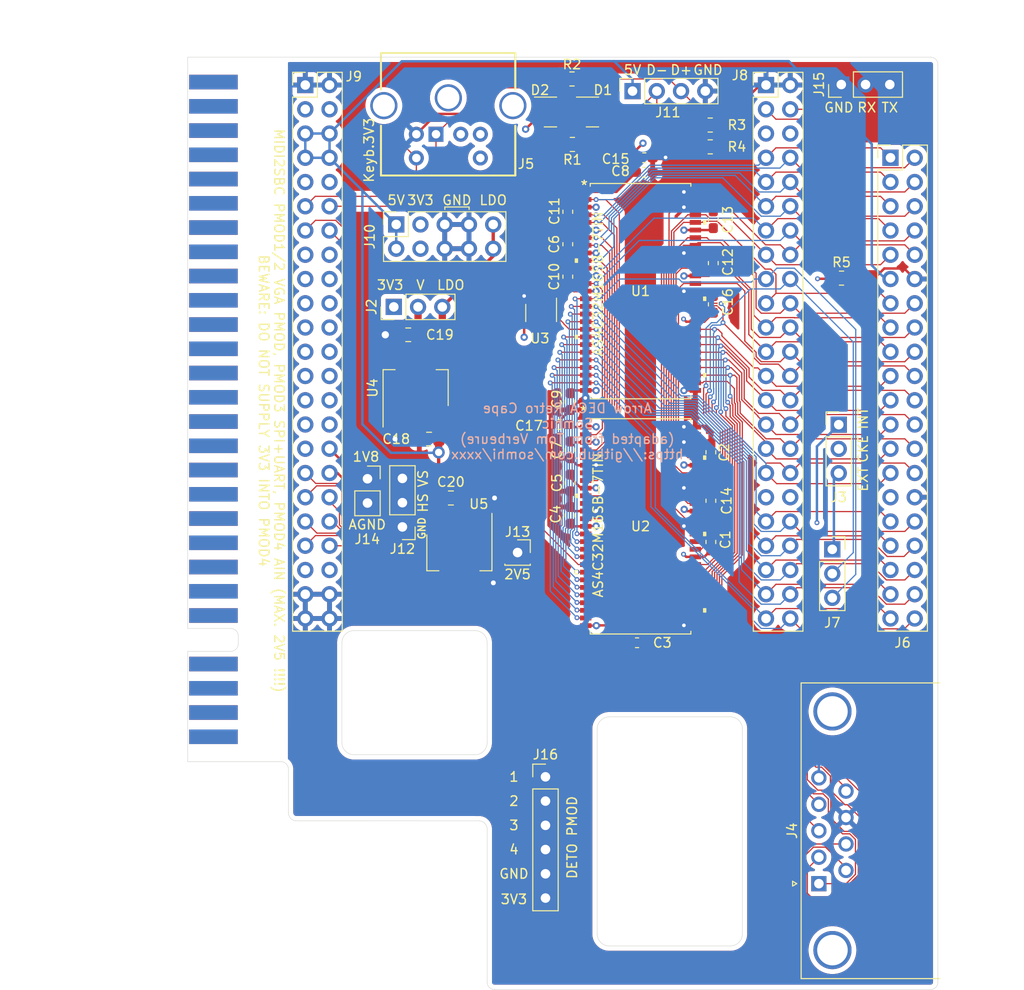
<source format=kicad_pcb>
(kicad_pcb (version 20211014) (generator pcbnew)
  (layers (0 "F.Cu" signal) (1 "In1.Cu" signal) (2 "In2.Cu" signal) (31 "B.Cu" signal) (34 "B.Paste" user) (35 "F.Paste" user) (36 "B.SilkS" user "B.Silkscreen") (37 "F.SilkS" user "F.Silkscreen") (38 "B.Mask" user) (39 "F.Mask" user) (44 "Edge.Cuts" user))
  (net 0 "")
  (net 1 "GND")
  (net 2 "+5V")
  (net 3 "+3V3")
  (net 4 "/A3")
  (net 5 "/A2")
  (net 6 "/A1")
  (net 7 "/A0")
  (net 8 "/A10")
  (net 9 "/BA1")
  (net 10 "/BA0")
  (net 11 "/nCS0")
  (net 12 "/nRAS")
  (net 13 "/nCAS")
  (net 14 "/UDQM")
  (net 15 "/LDQM")
  (net 16 "/A4")
  (net 17 "/nWE")
  (net 18 "/A6")
  (net 19 "/A5")
  (net 20 "/A8")
  (net 21 "/A7")
  (net 22 "/A11")
  (net 23 "/A9")
  (net 24 "/CLK")
  (net 25 "/A12")
  (net 26 "/DQ9")
  (net 27 "/DQ10")
  (net 28 "/DQ11")
  (net 29 "/DQ12")
  (net 30 "/DQ13")
  (net 31 "/DQ15")
  (net 32 "/DQ14")
  (net 33 "/DQ7")
  (net 34 "/DQ6")
  (net 35 "/DQ5")
  (net 36 "/DQ4")
  (net 37 "/DQ3")
  (net 38 "/DQ2")
  (net 39 "/DQ1")
  (net 40 "/DQ0")
  (net 41 "/DQ8")
  (net 42 "/nCS1")
  (net 43 "/PS2_KEYB_DAT")
  (net 44 "Net-(D1-Pad3)")
  (net 45 "+3.3VP")
  (net 46 "/3V3_LDO")
  (net 47 "/CKE")
  (net 48 "+1V8")
  (net 49 "GNDA")
  (net 50 "/CKE_INT")
  (net 53 "/CKE_EXT")
  (net 56 "Net-(D2-Pad3)")
  (net 57 "/JOY1_UP")
  (net 58 "/JOY1_DOWN")
  (net 59 "/JOY1_LEFT")
  (net 60 "/JOY1_RIGHT")
  (net 61 "/JOY1_B1_P6")
  (net 62 "/JOYX_SEL_O")
  (net 63 "/JOY1_B2_P9")
  (net 64 "/UART_TXD")
  (net 65 "/UART_RXD")
  (net 66 "/SPI_CS_OSD")
  (net 67 "/SPI_CS_IO")
  (net 68 "/DETO4")
  (net 69 "/VGA_VS")
  (net 70 "/VGA_HS")
  (net 71 "/VGA_B0")
  (net 72 "/VGA_R0")
  (net 73 "/VGA_G0")
  (net 74 "/VGA_G3")
  (net 75 "/VGA_G2")
  (net 76 "/VGA_G1")
  (net 77 "/VGA_B3")
  (net 78 "/VGA_R3")
  (net 79 "/VGA_B2")
  (net 80 "/VGA_R2")
  (net 81 "/VGA_B1")
  (net 82 "/VGA_R1")
  (net 83 "/DETO1")
  (net 84 "/DETO2")
  (net 85 "/SPI_DI (MISO)")
  (net 86 "/SPI_DO (MOSI)")
  (net 87 "/SPI_SCK")
  (net 88 "/DETO3")
  (net 89 "/SPI_CS_FPGA")
  (net 90 "/PS2_KEYB_CLK")
  (net 91 "/PS2_MOUSE_DAT")
  (net 92 "/PS2_MOUSE_CLK")
  (net 94 "+2V5")
  (footprint "Connector_PinHeader_2.54mm:PinHeader_2x23_P2.54mm_Vertical" (layer "F.Cu") (at 116.7 45.6438)
    (fp_text reference "J9")
    (fp_text value "P9_Male")
  )
  (footprint "Capacitor_SMD:C_0603_1608Metric_Pad1.05x0.95mm_HandSolder" (layer "F.Cu") (at 159.184 93.5088 90)
    (fp_text reference "C1")
    (fp_text value "1uF")
  )
  (footprint "Capacitor_SMD:C_0603_1608Metric_Pad1.05x0.95mm_HandSolder" (layer "F.Cu") (at 159.184 84.1108 90)
    (fp_text reference "C2")
    (fp_text value "1uF")
  )
  (footprint "Capacitor_SMD:C_0603_1608Metric_Pad1.05x0.95mm_HandSolder" (layer "F.Cu") (at 151.451 104.0638)
    (fp_text reference "C3")
    (fp_text value "1uF")
  )
  (footprint "Capacitor_SMD:C_0603_1608Metric_Pad1.05x0.95mm_HandSolder" (layer "F.Cu") (at 144.452 90.7188 90)
    (fp_text reference "C4")
    (fp_text value "1uF")
  )
  (footprint "Capacitor_SMD:C_0603_1608Metric_Pad1.05x0.95mm_HandSolder" (layer "F.Cu") (at 144.452 87.3188 -90)
    (fp_text reference "C5")
    (fp_text value "1uF")
  )
  (footprint "Capacitor_SMD:C_0603_1608Metric_Pad1.05x0.95mm_HandSolder" (layer "F.Cu") (at 144.198 62.3188 90)
    (fp_text reference "C6")
    (fp_text value "1uF")
  )
  (footprint "Capacitor_SMD:C_0603_1608Metric_Pad1.05x0.95mm_HandSolder" (layer "F.Cu") (at 144.452 83.8568 -90)
    (fp_text reference "C7")
    (fp_text value "1uF")
  )
  (footprint "Capacitor_SMD:C_0603_1608Metric_Pad1.05x0.95mm_HandSolder" (layer "F.Cu") (at 152.213 54.7878)
    (fp_text reference "C8")
    (fp_text value "1uF")
  )
  (footprint "Capacitor_SMD:C_0603_1608Metric_Pad1.05x0.95mm_HandSolder" (layer "F.Cu") (at 144.452 78.8048 -90)
    (fp_text reference "C9")
    (fp_text value "1uF")
  )
  (footprint "Capacitor_SMD:C_0603_1608Metric_Pad1.05x0.95mm_HandSolder" (layer "F.Cu") (at 144.198 65.7188 90)
    (fp_text reference "C10")
    (fp_text value "1uF")
  )
  (footprint "Capacitor_SMD:C_0603_1608Metric_Pad1.05x0.95mm_HandSolder" (layer "F.Cu") (at 159.438 64.2988 90)
    (fp_text reference "C12")
    (fp_text value "1uF")
  )
  (footprint "Capacitor_SMD:C_0603_1608Metric_Pad1.05x0.95mm_HandSolder" (layer "F.Cu") (at 159.184 89.1908 90)
    (fp_text reference "C14")
    (fp_text value "1uF")
  )
  (footprint "Connector_PinHeader_2.54mm:PinHeader_2x23_P2.54mm_Vertical" (layer "F.Cu") (at 164.96 45.6438)
    (fp_text reference "J8")
    (fp_text value "P8_Male")
  )
  (footprint "AS4C32M16SB-7TIN:AS4C32M16SB-7TIN" (layer "F.Cu") (at 151.818 67.2338)
    (fp_text reference "U1")
    (fp_text value "AS4C32M16SB-7TIN")
  )
  (footprint "AS4C32M16SB-7TIN:AS4C32M16SB-7TIN" (layer "F.Cu") (at 151.818 91.8718)
    (fp_text reference "U2")
    (fp_text value "AS4C32M16SB-7TIN")
  )
  (footprint "Capacitor_SMD:C_0603_1608Metric_Pad1.05x0.95mm_HandSolder" (layer "F.Cu") (at 144.198 58.9188 -90)
    (fp_text reference "C11")
    (fp_text value "1uF")
  )
  (footprint "Capacitor_SMD:C_0603_1608Metric_Pad1.05x0.95mm_HandSolder" (layer "F.Cu") (at 159.438 59.7548 90)
    (fp_text reference "C13")
    (fp_text value "1uF")
  )
  (footprint "Capacitor_SMD:C_0603_1608Metric_Pad1.05x0.95mm_HandSolder" (layer "F.Cu") (at 152.213 53.2638)
    (fp_text reference "C15")
    (fp_text value "1uF")
  )
  (footprint "Capacitor_SMD:C_0603_1608Metric_Pad1.05x0.95mm_HandSolder" (layer "F.Cu") (at 159.438 68.6168 90)
    (fp_text reference "C16")
    (fp_text value "1uF")
  )
  (footprint "Capacitor_SMD:C_0603_1608Metric_Pad1.05x0.95mm_HandSolder" (layer "F.Cu") (at 143.323 81.2038 180)
    (fp_text reference "C17")
    (fp_text value "1uF")
  )
  (footprint "Package_TO_SOT_SMD:SOT-23-5" (layer "F.Cu") (at 141.404 69.5198 -90)
    (fp_text reference "U3")
    (fp_text value "74LVC1G04" hide)
  )
  (footprint "Package_TO_SOT_SMD:SOT-223-3_TabPin2" (layer "F.Cu") (at 128.257 77.3688 90)
    (fp_text reference "U4")
    (fp_text value "LM1117-3.3" hide)
  )
  (footprint "Capacitor_SMD:C_0805_2012Metric_Pad1.15x1.40mm_HandSolder" (layer "F.Cu") (at 129.668 82.7278 180)
    (fp_text reference "C18")
    (fp_text value "10uF")
  )
  (footprint "Connector_PinHeader_2.54mm:PinHeader_1x03_P2.54mm_Vertical" (layer "F.Cu") (at 125.971 68.8848 90)
    (fp_text reference "J2")
    (fp_text value "Conn_01x03")
  )
  (footprint "Capacitor_SMD:C_0805_2012Metric_Pad1.15x1.40mm_HandSolder" (layer "F.Cu") (at 127.486 71.8058 180)
    (fp_text reference "C19")
    (fp_text value "100uF")
  )
  (footprint "Connector_PinHeader_2.54mm:PinHeader_1x06_P2.54mm_Vertical" (layer "F.Cu") (at 141.859 118.11)
    (fp_text reference "J16")
    (fp_text value "Conn_01x06" hide)
  )
  (footprint "Connector_Dsub:DSUB-9_Male_Horizontal_P2.77x2.84mm_EdgePinOffset9.90mm_Housed_MountingHolesOffset11.32mm" (layer "F.Cu") (at 170.499669 129.2988 90)
    (fp_text reference "J4")
    (fp_text value "DB9_Male")
  )
  (footprint "Resistor_SMD:R_0805_2012Metric_Pad1.20x1.40mm_HandSolder" (layer "F.Cu") (at 159.118 49.8348)
    (fp_text reference "R3")
    (fp_text value "4k7" hide)
  )
  (footprint "Connector_PinHeader_2.54mm:PinHeader_1x03_P2.54mm_Vertical" (layer "F.Cu") (at 172.58 81.2188)
    (fp_text reference "J3")
    (fp_text value "Conn_01x03" hide)
  )
  (footprint "Connector_PinSocket_2.54mm:PinSocket_1x04_P2.54mm_Vertical" (layer "F.Cu") (at 150.98 46.2788 90)
    (fp_text reference "J11")
    (fp_text value "Conn_01x04" hide)
  )
  (footprint "ps2:DINC_MIN_TM_6_1PRIMARY" (layer "F.Cu") (at 131.686 42.2895)
    (fp_text reference "J5")
    (fp_text value "DINC_MIN_TM_6_1" hide)
  )
  (footprint "Package_TO_SOT_SMD:SOT-223-3_TabPin2" (layer "F.Cu") (at 132.842 94.615 -90)
    (fp_text reference "U5")
    (fp_text value "LM1117-2.5")
  )
  (footprint "Resistor_SMD:R_0805_2012Metric_Pad1.20x1.40mm_HandSolder" (layer "F.Cu") (at 159.118 52.1208)
    (fp_text reference "R4")
    (fp_text value "4k7" hide)
  )
  (footprint "addon-edge-rpi-i2s-pmod:2X28_SPE2" (layer "F.Cu") (at 107.08 113.9138 90)
    (fp_text reference "J1" hide)
    (fp_text value "ZXSP_ED2X28_SPE_SOL_EDGE" hide)
  )
  (footprint "Connector_PinSocket_2.54mm:PinSocket_1x02_P2.54mm_Vertical" (layer "F.Cu") (at 123.215 86.888)
    (fp_text reference "J14")
    (fp_text value "Conn_01x02" hide)
  )
  (footprint "Package_TO_SOT_SMD:SOT-23" (layer "F.Cu") (at 142.38 48.4688)
    (fp_text reference "D2")
    (fp_text value "BAT54S" hide)
  )
  (footprint "Connector_PinHeader_2.54mm:PinHeader_1x03_P2.54mm_Vertical" (layer "F.Cu") (at 172.847 45.593 90)
    (fp_text reference "J15")
    (fp_text value "Conn_01x03")
  )
  (footprint "Resistor_SMD:R_0805_2012Metric_Pad1.20x1.40mm_HandSolder" (layer "F.Cu") (at 144.64 45.0088)
    (fp_text reference "R2")
    (fp_text value "510" hide)
  )
  (footprint "Connector_PinHeader_2.54mm:PinHeader_1x03_P2.54mm_Vertical" (layer "F.Cu") (at 126.873 91.933 180)
    (fp_text reference "J12")
    (fp_text value "Conn_01x03" hide)
  )
  (footprint "Connector_PinSocket_2.54mm:PinSocket_1x01_P2.54mm_Vertical" (layer "F.Cu") (at 138.938 94.615)
    (fp_text reference "J13")
    (fp_text value "Conn_01x01" hide)
  )
  (footprint "Resistor_SMD:R_0805_2012Metric_Pad1.20x1.40mm_HandSolder" (layer "F.Cu") (at 144.68 51.8668)
    (fp_text reference "R1")
    (fp_text value "510" hide)
  )
  (footprint "Package_TO_SOT_SMD:SOT-23" (layer "F.Cu") (at 146.78 48.4688)
    (fp_text reference "D1")
    (fp_text value "BAT54S" hide)
  )
  (footprint "Capacitor_SMD:C_0805_2012Metric_Pad1.18x1.45mm_HandSolder" (layer "F.Cu") (at 131.953 88.9)
    (fp_text reference "C20")
    (fp_text value "0.1uF" hide)
  )
  (footprint "Resistor_SMD:R_0805_2012Metric_Pad1.20x1.40mm_HandSolder" (layer "F.Cu") (at 172.87 65.8688)
    (fp_text reference "R5")
    (fp_text value "10k")
  )
  (footprint "Connector_PinSocket_2.54mm:PinSocket_1x03_P2.54mm_Vertical" (layer "F.Cu") (at 171.903185 94.2838)
    (fp_text reference "J7")
    (fp_text value "Conn_01x03" hide)
  )
  (footprint "Connector_PinHeader_2.54mm:PinHeader_2x20_P2.54mm_Vertical" (layer "F.Cu") (at 177.998185 53.2638)
    (fp_text reference "J6")
    (fp_text value "Conn_02x20_Odd_Even" hide)
  )
  (footprint "Connector_PinSocket_2.54mm:PinSocket_2x05_P2.54mm_Vertical" (layer "F.Cu") (at 126.225 60.2488 90)
    (fp_text reference "J10")
    (fp_text value "Conn_02x05_Odd_Even")
  )
  (gr_line (start 133.858 58.42) (end 131.318 58.42) (layer "F.SilkS") (width 0.12))
  (gr_line (start 133.858 58.674) (end 133.858 58.42) (layer "F.SilkS") (width 0.12))
  (gr_line (start 131.318 58.42) (end 131.318 58.674) (layer "F.SilkS") (width 0.12))
  (gr_line (start 104.38 116.5228) (end 114.222 116.5228) (layer "Edge.Cuts") (width 0.05))
  (gr_line (start 161.217174 111.825774) (end 148.543148 111.825774) (layer "Edge.Cuts") (width 0.05))
  (gr_line (start 120.535987 104.0638) (end 120.535987 114.5238) (layer "Edge.Cuts") (width 0.05))
  (gr_line (start 134.480013 115.7938) (end 121.805987 115.7938) (layer "Edge.Cuts") (width 0.05))
  (gr_line (start 104.38 102.5688) (end 108.918 102.5688) (layer "Edge.Cuts") (width 0.05))
  (gr_line (start 104.38 104.9688) (end 104.38 116.5228) (layer "Edge.Cuts") (width 0.05))
  (gr_arc (start 147.273148 113.095774) (mid 147.645122 112.197748) (end 148.543148 111.825774) (layer "Edge.Cuts") (width 0.05))
  (gr_arc (start 108.918 102.5688) (mid 109.459014 102.816387) (end 109.68 103.3688) (layer "Edge.Cuts") (width 0.05))
  (gr_arc (start 121.805987 115.7938) (mid 120.907961 115.421826) (end 120.535987 114.5238) (layer "Edge.Cuts") (width 0.05))
  (gr_arc (start 182.963185 139.6238) (mid 182.74 140.162615) (end 182.201185 140.3858) (layer "Edge.Cuts") (width 0.05))
  (gr_line (start 115.684 122.7188) (end 134.988 122.7228) (layer "Edge.Cuts") (width 0.05))
  (gr_line (start 109.68 103.3688) (end 109.68 104.2068) (layer "Edge.Cuts") (width 0.05))
  (gr_line (start 147.273148 113.095774) (end 147.273148 134.555774) (layer "Edge.Cuts") (width 0.05))
  (gr_line (start 108.88 104.9688) (end 104.38 104.9688) (layer "Edge.Cuts") (width 0.05))
  (gr_arc (start 114.222 116.5228) (mid 114.755283 116.816707) (end 114.934 117.3988) (layer "Edge.Cuts") (width 0.05))
  (gr_line (start 135.750013 104.0638) (end 135.750013 114.5238) (layer "Edge.Cuts") (width 0.05))
  (gr_arc (start 162.487174 134.555774) (mid 162.1152 135.4538) (end 161.217174 135.825774) (layer "Edge.Cuts") (width 0.05))
  (gr_line (start 104.38 42.7228) (end 182.201185 42.7228) (layer "Edge.Cuts") (width 0.05))
  (gr_arc (start 182.201185 42.7228) (mid 182.74 42.945985) (end 182.963185 43.4848) (layer "Edge.Cuts") (width 0.05))
  (gr_arc (start 134.480013 102.7938) (mid 135.378039 103.165774) (end 135.750013 104.0638) (layer "Edge.Cuts") (width 0.05))
  (gr_arc (start 161.217174 111.825774) (mid 162.1152 112.197748) (end 162.487174 113.095774) (layer "Edge.Cuts") (width 0.05))
  (gr_line (start 162.487174 113.095774) (end 162.487174 134.555774) (layer "Edge.Cuts") (width 0.05))
  (gr_line (start 161.217174 135.825774) (end 148.543148 135.825774) (layer "Edge.Cuts") (width 0.05))
  (gr_line (start 135.75 123.578988) (end 135.75 139.6238) (layer "Edge.Cuts") (width 0.05))
  (gr_arc (start 134.988 122.7228) (mid 135.531909 123.005906) (end 135.75 123.578988) (layer "Edge.Cuts") (width 0.05))
  (gr_line (start 134.480013 102.7938) (end 121.805987 102.7938) (layer "Edge.Cuts") (width 0.05))
  (gr_arc (start 148.543148 135.825774) (mid 147.645122 135.4538) (end 147.273148 134.555774) (layer "Edge.Cuts") (width 0.05))
  (gr_line (start 182.201185 140.3858) (end 136.512 140.3858) (layer "Edge.Cuts") (width 0.05))
  (gr_line (start 182.963185 43.4848) (end 182.963185 139.6238) (layer "Edge.Cuts") (width 0.05))
  (gr_arc (start 109.68 104.2068) (mid 109.432413 104.747814) (end 108.88 104.9688) (layer "Edge.Cuts") (width 0.05))
  (gr_arc (start 136.512 140.3858) (mid 135.973185 140.162615) (end 135.75 139.6238) (layer "Edge.Cuts") (width 0.05))
  (gr_arc (start 135.750013 114.5238) (mid 135.378039 115.421826) (end 134.480013 115.7938) (layer "Edge.Cuts") (width 0.05))
  (gr_arc (start 115.684 122.7188) (mid 115.148307 122.435588) (end 114.934 121.8688) (layer "Edge.Cuts") (width 0.05))
  (gr_arc (start 120.535987 104.0638) (mid 120.907961 103.165774) (end 121.805987 102.7938) (layer "Edge.Cuts") (width 0.05))
  (gr_line (start 104.38 42.7228) (end 104.38 102.5688) (layer "Edge.Cuts") (width 0.05))
  (gr_line (start 114.934 117.3988) (end 114.934 121.8688) (layer "Edge.Cuts") (width 0.05))
  (gr_text "Arrow DECA Retro Cape\nSomhic\n(adapted from Tom Verbeure)\nhttps://github.com/somhi/xxxx" (at 144.145 81.915) (layer "B.SilkS") (effects (font (size 1 1)) (justify mirror)))
  (gr_text "Keyb.3V3" (at 123.38 52.4688 90) (layer "F.SilkS") (effects (font (size 1 1))))
  (gr_text "D-" (at 153.543 44.069) (layer "F.SilkS") (effects (font (size 1 1))))
  (gr_text "MIDI2SBC PMOD1/2 VGA PMOD, PMOD3 SPI+UART, PMOD4 AIN (MAX. 2V5 !!!!)\nBEWARE: DO NOT SUPPLY 3V3 INTO PMOD4" (at 113.157 79.756 270) (layer "F.SilkS") (effects (font (size 1 1))))
  (gr_text "RX" (at 175.514 48.006) (layer "F.SilkS") (effects (font (size 1 1))))
  (gr_text "1" (at 138.557 118.11) (layer "F.SilkS") (effects (font (size 1 1))))
  (gr_text "LDO" (at 131.94 66.5988) (layer "F.SilkS") (effects (font (size 1 1))))
  (gr_text "TX" (at 177.927 48.006) (layer "F.SilkS") (effects (font (size 1 1))))
  (gr_text "5V" (at 126.225 57.7088) (layer "F.SilkS") (effects (font (size 1 1))))
  (gr_text "4" (at 138.557 125.73) (layer "F.SilkS") (effects (font (size 1 1))))
  (gr_text "EXT" (at 175.12 86.9188 90) (layer "F.SilkS") (effects (font (size 1 1))))
  (gr_text "D+" (at 156.083 44.069) (layer "F.SilkS") (effects (font (size 1 1))))
  (gr_text "CKE" (at 175.12 83.7438 90) (layer "F.SilkS") (effects (font (size 1 1))))
  (gr_text "AGND" (at 123.19 91.694) (layer "F.SilkS") (effects (font (size 1 1))))
  (gr_text "5V" (at 150.98 44.069) (layer "F.SilkS") (effects (font (size 1 1))))
  (gr_text "VS" (at 129.032 86.868 90) (layer "F.SilkS") (effects (font (size 1 1))))
  (gr_text "INT" (at 175.12 80.5688 90) (layer "F.SilkS") (effects (font (size 1 1))))
  (gr_text "2" (at 138.557 120.65) (layer "F.SilkS") (effects (font (size 1 1))))
  (gr_text "LDO" (at 136.385 57.7088) (layer "F.SilkS") (effects (font (size 1 1))))
  (gr_text "2V5" (at 138.938 96.901) (layer "F.SilkS") (effects (font (size 1 1))))
  (gr_text "3V3" (at 138.557 130.937) (layer "F.SilkS") (effects (font (size 1 1))))
  (gr_text "1V8" (at 123.063 84.582) (layer "F.SilkS") (effects (font (size 1 1))))
  (gr_text "HS" (at 129.032 89.408 90) (layer "F.SilkS") (effects (font (size 1 1))))
  (gr_text "GND" (at 138.557 128.27) (layer "F.SilkS") (effects (font (size 1 1))))
  (gr_text "3V3" (at 125.59 66.5988) (layer "F.SilkS") (effects (font (size 1 1))))
  (gr_text "V" (at 128.765 66.5988) (layer "F.SilkS") (effects (font (size 1 1))))
  (gr_text "DETO PMOD" (at 144.653 124.46 90) (layer "F.SilkS") (effects (font (size 1 1))))
  (gr_text "GND" (at 128.905 92.075 90) (layer "F.SilkS") (effects (font (size 0.75 0.75))))
  (gr_text "GND" (at 132.575 57.7088) (layer "F.SilkS") (effects (font (size 1 1))))
  (gr_text "GND" (at 172.593 48.006) (layer "F.SilkS") (effects (font (size 1 1))))
  (gr_text "3" (at 138.557 123.19) (layer "F.SilkS") (effects (font (size 1 1))))
  (gr_text "3V3" (at 128.765 57.7088) (layer "F.SilkS") (effects (font (size 1 1))))
  (gr_text "GND" (at 158.877 44.069) (layer "F.SilkS") (effects (font (size 1 1))))
  (segment (start 144.452 89.8438) (end 144.452 88.1938) (width 0.254) (layer "F.Cu") (net 1))
  (segment (start 139.7925 45.8688) (end 141.4425 47.5188) (width 0.254) (layer "F.Cu") (net 1))
  (segment (start 173.87 65.8688) (end 176.34 65.8688) (width 0.254) (layer "F.Cu") (net 1))
  (segment (start 159.020002 83.071802) (end 159.184 83.2358) (width 0.254) (layer "F.Cu") (net 1))
  (segment (start 146.0776 65.633801) (end 147.161761 65.633801) (width 0.254) (layer "F.Cu") (net 1))
  (segment (start 142.815 81.2038) (end 142.928 81.2038) (width 0.254) (layer "F.Cu") (net 1))
  (segment (start 144.988001 65.633801) (end 144.198 64.8438) (width 0.254) (layer "F.Cu") (net 1))
  (segment (start 176.34 65.8688) (end 177.348511 64.860289) (width 0.254) (layer "F.Cu") (net 1))
  (segment (start 156.388 81.4718) (end 156.36 81.4438) (width 0.254) (layer "F.Cu") (net 1))
  (segment (start 146.0776 90.271801) (end 147.067999 90.271801) (width 0.254) (layer "F.Cu") (net 1))
  (segment (start 157.5584 63.2338) (end 159.248 63.2338) (width 0.254) (layer "F.Cu") (net 1))
  (segment (start 156.388002 83.071802) (end 156.36 83.0438) (width 0.254) (layer "F.Cu") (net 1))
  (segment (start 147.161761 65.633801) (end 147.168909 65.626653) (width 0.254) (layer "F.Cu") (net 1))
  (segment (start 155.7664 104.0638) (end 157.5584 102.2718) (width 0.254) (layer "F.Cu") (net 1))
  (segment (start 136.525 90.082) (end 135.142 91.465) (width 0.254) (layer "F.Cu") (net 1))
  (segment (start 125.957 82.5868) (end 126.098 82.7278) (width 0.254) (layer "F.Cu") (net 1))
  (segment (start 157.5584 63.2338) (end 156.37 63.2338) (width 0.254) (layer "F.Cu") (net 1))
  (segment (start 154.44 53.2288) (end 154.405 53.2638) (width 0.254) (layer "F.Cu") (net 1))
  (segment (start 156.369998 58.433802) (end 156.36 58.4438) (width 0.254) (layer "F.Cu") (net 1))
  (segment (start 156.388 102.2718) (end 156.36 102.2438) (width 0.254) (layer "F.Cu") (net 1))
  (segment (start 157.5584 77.6338) (end 156.37 77.6338) (width 0.254) (layer "F.Cu") (net 1))
  (segment (start 157.5584 67.2338) (end 156.37 67.2338) (width 0.254) (layer "F.Cu") (net 1))
  (segment (start 144.452 79.6798) (end 145.706355 78.425445) (width 0.254) (layer "F.Cu") (net 1))
  (segment (start 146.0776 60.8338) (end 147.15 60.8338) (width 0.254) (layer "F.Cu") (net 1))
  (segment (start 153.088 53.2638) (end 153.088 54.7878) (width 0.254) (layer "F.Cu") (net 1))
  (segment (start 154.405 53.2638) (end 153.088 53.2638) (width 0.254) (layer "F.Cu") (net 1))
  (segment (start 136.525 88.9) (end 136.525 90.082) (width 0.254) (layer "F.Cu") (net 1))
  (segment (start 156.37 77.6338) (end 156.36 77.6438) (width 0.254) (layer "F.Cu") (net 1))
  (segment (start 156.37 67.2338) (end 156.36 67.2438) (width 0.254) (layer "F.Cu") (net 1))
  (segment (start 156.388 87.8718) (end 156.36 87.8438) (width 0.254) (layer "F.Cu") (net 1))
  (segment (start 159.184 92.6338) (end 158.422 91.8718) (width 0.254) (layer "F.Cu") (net 1))
  (segment (start 157.5584 56.8338) (end 156.37 56.8338) (width 0.254) (layer "F.Cu") (net 1))
  (segment (start 156.388 91.8718) (end 156.36 91.8438) (width 0.254) (layer "F.Cu") (net 1))
  (segment (start 158.422 91.8718) (end 157.5584 91.8718) (width 0.254) (layer "F.Cu") (net 1))
  (segment (start 146.0776 60.8338) (end 145.238 60.8338) (width 0.254) (layer "F.Cu") (net 1))
  (segment (start 157.5584 87.8718) (end 156.388 87.8718) (width 0.254) (layer "F.Cu") (net 1))
  (segment (start 160.134 49.8348) (end 164.325 45.6438) (width 0.254) (layer "F.Cu") (net 1))
  (segment (start 147.15 60.8338) (end 147.16 60.8438) (width 0.254) (layer "F.Cu") (net 1))
  (segment (start 157.5584 58.433802) (end 156.369998 58.433802) (width 0.254) (layer "F.Cu") (net 1))
  (segment (start 147.16 85.4438) (end 146.1056 85.4438) (width 0.254) (layer "F.Cu") (net 1))
  (segment (start 158.74 87.8718) (end 159.184 88.3158) (width 0.254) (layer "F.Cu") (net 1))
  (segment (start 140.304 68.4198) (end 139.626 67.7418) (width 0.254) (layer "F.Cu") (net 1))
  (segment (start 159.438 67.7418) (end 158.93 67.2338) (width 0.254) (layer "F.Cu") (net 1))
  (segment (start 159.248 63.2338) (end 159.438 63.4238) (width 0.254) (layer "F.Cu") (net 1))
  (segment (start 145.706355 78.425445) (end 146.033184 78.425445) (width 0.254) (layer "F.Cu") (net 1))
  (segment (start 144.808 60.8338) (end 144.198 61.4438) (width 0.254) (layer "F.Cu") (net 1))
  (segment (start 157.5584 87.8718) (end 158.74 87.8718) (width 0.254) (layer "F.Cu") (net 1))
  (segment (start 140.454 68.4198) (end 140.304 68.4198) (width 0.254) (layer "F.Cu") (net 1))
  (segment (start 132.9905 88.9) (end 136.525 88.9) (width 0.254) (layer "F.Cu") (net 1))
  (segment (start 146.0776 60.8338) (end 144.808 60.8338) (width 0.254) (layer "F.Cu") (net 1))
  (segment (start 157.5584 83.071802) (end 156.388002 83.071802) (width 0.254) (layer "F.Cu") (net 1))
  (segment (start 125.957 80.5188) (end 125.957 82.5868) (width 0.762) (layer "F.Cu") (net 1))
  (segment (start 128.3332 50.7985) (end 130.4629 48.6688) (width 0.254) (layer "F.Cu") (net 1))
  (segment (start 128.643 82.7278) (end 126.098 82.7278) (width 0.762) (layer "F.Cu") (net 1))
  (segment (start 158.992002 58.433802) (end 159.438 58.8798) (width 0.254) (layer "F.Cu") (net 1))
  (segment (start 164.325 45.6438) (end 164.96 45.6438) (width 0.254) (layer "F.Cu") (net 1))
  (segment (start 157.5584 91.8718) (end 156.388 91.8718) (width 0.254) (layer "F.Cu") (net 1))
  (segment (start 142.928 81.2038) (end 144.452 79.6798) (width 0.254) (layer "F.Cu") (net 1))
  (segment (start 158.93 67.2338) (end 157.5584 67.2338) (width 0.254) (layer "F.Cu") (net 1))
  (segment (start 146.0776 85.4718) (end 145.192 85.4718) (width 0.254) (layer "F.Cu") (net 1))
  (segment (start 126.461 71.8058) (end 125.082 71.8058) (width 0.762) (layer "F.Cu") (net 1))
  (segment (start 179.434674 64.860289) (end 180.538185 65.9638) (width 0.254) (layer "F.Cu") (net 1))
  (segment (start 144.880001 90.271801) (end 144.452 89.8438) (width 0.254) (layer "F.Cu") (net 1))
  (segment (start 156.37 56.8338) (end 156.36 56.8438) (width 0.254) (layer "F.Cu") (net 1))
  (segment (start 130.4629 48.6688) (end 133.98 48.6688) (width 0.254) (layer "F.Cu") (net 1))
  (segment (start 141.4425 47.5188) (end 145.8425 47.5188) (width 0.254) (layer "F.Cu") (net 1))
  (segment (start 157.5584 81.4718) (end 156.388 81.4718) (width 0.254) (layer "F.Cu") (net 1))
  (segment (start 154.56 56.8438) (end 156.36 56.8438) (width 0.254) (layer "F.Cu") (net 1))
  (segment (start 157.5584 58.433802) (end 158.992002 58.433802) (width 0.254) (layer "F.Cu") (net 1))
  (segment (start 160.118 52.1208) (end 160.118 49.8348) (width 0.254) (layer "F.Cu") (net 1))
  (segment (start 147.131999 90.271801) (end 147.16 90.2438) (width 0.254) (layer "F.Cu") (net 1))
  (segment (start 146.0776 65.633801) (end 144.988001 65.633801) (width 0.254) (layer "F.Cu") (net 1))
  (segment (start 156.37 63.2338) (end 156.36 63.2438) (width 0.254) (layer "F.Cu") (net 1))
  (segment (start 157.5584 102.2718) (end 156.388 102.2718) (width 0.254) (layer "F.Cu") (net 1))
  (segment (start 157.5584 83.071802) (end 159.020002 83.071802) (width 0.254) (layer "F.Cu") (net 1))
  (segment (start 152.326 104.0638) (end 155.7664 104.0638) (width 0.254) (layer "F.Cu") (net 1))
  (segment (start 145.192 85.4718) (end 144.452 84.7318) (width 0.254) (layer "F.Cu") (net 1))
  (segment (start 177.348511 64.860289) (end 179.434674 64.860289) (width 0.254) (layer "F.Cu") (net 1))
  (segment (start 153.088 55.3718) (end 154.56 56.8438) (width 0.254) (layer "F.Cu") (net 1))
  (segment (start 146.1056 85.4438) (end 146.0776 85.4718) (width 0.254) (layer "F.Cu") (net 1))
  (segment (start 145.238 60.8338) (end 144.198 59.7938) (width 0.254) (layer "F.Cu") (net 1))
  (segment (start 146.0776 90.271801) (end 144.880001 90.271801) (width 0.254) (layer "F.Cu") (net 1))
  (segment (start 147.067999 90.271801) (end 147.131999 90.271801) (width 0.254) (layer "F.Cu") (net 1))
  (segment (start 133.98 48.6688) (end 136.78 45.8688) (width 0.254) (layer "F.Cu") (net 1))
  (segment (start 160.118 49.8348) (end 160.134 49.8348) (width 0.254) (layer "F.Cu") (net 1))
  (segment (start 136.78 45.8688) (end 139.7925 45.8688) (width 0.254) (layer "F.Cu") (net 1))
  (segment (start 153.088 54.7878) (end 153.088 55.3718) (width 0.254) (layer "F.Cu") (net 1))
  (via (at 156.36 83.0438) (size 0.762) (drill 0.381) (layers "F.Cu" "B.Cu") (net 1))
  (via (at 139.626 67.7418) (size 0.762) (drill 0.381) (layers "F.Cu" "B.Cu") (net 1))
  (via (at 125.082 71.8058) (size 1.27) (drill 0.762) (layers "F.Cu" "B.Cu") (net 1))
  (via (at 156.36 91.8438) (size 0.762) (drill 0.381) (layers "F.Cu" "B.Cu") (net 1))
  (via (at 146.033184 78.425445) (size 0.762) (drill 0.381) (layers "F.Cu" "B.Cu") (net 1))
  (via (at 156.36 56.8438) (size 0.762) (drill 0.381) (layers "F.Cu" "B.Cu") (net 1))
  (via (at 156.36 77.6438) (size 0.762) (drill 0.381) (layers "F.Cu" "B.Cu") (net 1))
  (via (at 154.44 53.2288) (size 0.762) (drill 0.381) (layers "F.Cu" "B.Cu") (net 1))
  (via (at 156.36 67.2438) (size 0.762) (drill 0.381) (layers "F.Cu" "B.Cu") (net 1))
  (via (at 136.525 88.9) (size 1.016) (drill 0.508) (layers "F.Cu" "B.Cu") (net 1))
  (via (at 147.16 60.8438) (size 0.762) (drill 0.381) (layers "F.Cu" "B.Cu") (net 1))
  (via (at 156.36 87.8438) (size 0.762) (drill 0.381) (layers "F.Cu" "B.Cu") (net 1))
  (via (at 156.36 63.2438) (size 0.762) (drill 0.381) (layers "F.Cu" "B.Cu") (net 1))
  (via (at 147.16 85.4438) (size 0.762) (drill 0.381) (layers "F.Cu" "B.Cu") (net 1))
  (via (at 156.36 58.4438) (size 0.762) (drill 0.381) (layers "F.Cu" "B.Cu") (net 1))
  (via (at 147.168909 65.626653) (size 0.762) (drill 0.381) (layers "F.Cu" "B.Cu") (net 1))
  (via (at 156.36 102.2438) (size 0.762) (drill 0.381) (layers "F.Cu" "B.Cu") (net 1))
  (via (at 156.36 81.4438) (size 0.762) (drill 0.381) (layers "F.Cu" "B.Cu") (net 1))
  (via (at 126.098 82.7278) (size 1.016) (drill 0.508) (layers "F.Cu" "B.Cu") (net 1))
  (via (at 147.16 90.2438) (size 0.762) (drill 0.381) (layers "F.Cu" "B.Cu") (net 1))
  (segment (start 130.67 84.1248) (end 130.67 88.6545) (width 0.35) (layer "F.Cu") (net 2))
  (segment (start 130.9155 90.932) (end 130.542 91.3055) (width 0.35) (layer "F.Cu") (net 2))
  (segment (start 130.542 91.3055) (end 130.542 91.465) (width 0.35) (layer "F.Cu") (net 2))
  (segment (start 130.9155 88.9) (end 130.9155 90.932) (width 0.35) (layer "F.Cu") (net 2))
  (segment (start 130.693 82.7278) (end 130.693 80.6548) (width 0.762) (layer "F.Cu") (net 2))
  (segment (start 130.67 82.7508) (end 130.693 82.7278) (width 0.254) (layer "F.Cu") (net 2))
  (segment (start 130.693 80.6548) (end 130.557 80.5188) (width 0.254) (layer "F.Cu") (net 2))
  (segment (start 130.67 88.6545) (end 130.9155 88.9) (width 0.35) (layer "F.Cu") (net 2))
  (segment (start 130.67 84.1248) (end 130.67 82.7508) (width 0.762) (layer "F.Cu") (net 2))
  (via (at 130.67 84.1248) (size 1.27) (drill 0.762) (layers "F.Cu" "B.Cu") (net 2))
  (segment (start 149.05219 43.14099) (end 145.062811 43.14099) (width 0.254) (layer "B.Cu") (net 2))
  (segment (start 130.67 84.1248) (end 130.626 84.1688) (width 0.254) (layer "B.Cu") (net 2))
  (segment (start 119.24 50.7238) (end 116.7 50.7238) (width 0.254) (layer "B.Cu") (net 2))
  (segment (start 126.805 43.1588) (end 119.24 50.7238) (width 0.254) (layer "B.Cu") (net 2))
  (segment (start 130.626 84.1688) (end 125.68 84.1688) (width 0.254) (layer "B.Cu") (net 2))
  (segment (start 119.24 53.2638) (end 119.24 50.7238) (width 0.254) (layer "B.Cu") (net 2))
  (segment (start 150.98 45.0688) (end 149.05219 43.14099) (width 0.254) (layer "B.Cu") (net 2))
  (segment (start 167.34699 43.14099) (end 149.05219 43.14099) (width 0.254) (layer "B.Cu") (net 2))
  (segment (start 176.04 51.834) (end 167.34699 43.14099) (width 0.254) (layer "B.Cu") (net 2))
  (segment (start 116.7 50.7238) (end 116.7 53.2638) (width 0.254) (layer "B.Cu") (net 2))
  (segment (start 150.98 46.2788) (end 150.98 45.0688) (width 0.254) (layer "B.Cu") (net 2))
  (segment (start 145.062811 43.14099) (end 145.045001 43.1588) (width 0.254) (layer "B.Cu") (net 2))
  (segment (start 126.225 60.2488) (end 126.225 62.7888) (width 0.254) (layer "B.Cu") (net 2))
  (segment (start 122.68 56.7038) (end 119.24 53.2638) (width 0.254) (layer "B.Cu") (net 2))
  (segment (start 177.475 65.9638) (end 176.04 64.5288) (width 0.254) (layer "B.Cu") (net 2))
  (segment (start 125.68 84.1688) (end 122.68 81.1688) (width 0.254) (layer "B.Cu") (net 2))
  (segment (start 116.7 53.2638) (end 119.24 53.2638) (width 0.254) (layer "B.Cu") (net 2))
  (segment (start 145.045001 43.1588) (end 126.805 43.1588) (width 0.254) (layer "B.Cu") (net 2))
  (segment (start 122.68 81.1688) (end 122.68 56.7038) (width 0.254) (layer "B.Cu") (net 2))
  (segment (start 122.68 56.7038) (end 126.225 60.2488) (width 0.254) (layer "B.Cu") (net 2))
  (segment (start 176.04 64.5288) (end 176.04 51.834) (width 0.254) (layer "B.Cu") (net 2))
  (segment (start 177.998185 65.9638) (end 177.475 65.9638) (width 0.254) (layer "B.Cu") (net 2))
  (segment (start 158.698 85.4718) (end 159.184 84.9858) (width 0.254) (layer "F.Cu") (net 3))
  (segment (start 157.5584 85.4718) (end 156.388 85.4718) (width 0.254) (layer "F.Cu") (net 3))
  (segment (start 149.36 102.2438) (end 147.56 102.2438) (width 0.254) (layer "F.Cu") (net 3))
  (segment (start 156.369999 65.633801) (end 156.36 65.6438) (width 0.254) (layer "F.Cu") (net 3))
  (segment (start 157.5584 65.633801) (end 156.369999 65.633801) (width 0.254) (layer "F.Cu") (net 3))
  (segment (start 151.338 52.4738) (end 152.072 51.7398) (width 0.254) (layer "F.Cu") (net 3))
  (segment (start 144.748 77.6338) (end 144.452 77.9298) (width 0.254) (layer "F.Cu") (net 3))
  (segment (start 157.5584 60.8338) (end 159.234 60.8338) (width 0.254) (layer "F.Cu") (net 3))
  (segment (start 147.141762 67.2338) (end 147.155881 67.247919) (width 0.254) (layer "F.Cu") (net 3))
  (segment (start 139.78 50.2688) (end 140.63 49.4188) (width 0.254) (layer "F.Cu") (net 3))
  (segment (start 139.925799 69.835799) (end 139.626 70.135598) (width 0.254) (layer "F.Cu") (net 3))
  (segment (start 144.588 58.4338) (end 144.198 58.0438) (width 0.254) (layer "F.Cu") (net 3))
  (segment (start 146.1056 83.0438) (end 146.0776 83.0718) (width 0.254) (layer "F.Cu") (net 3))
  (segment (start 157.5584 85.4718) (end 158.698 85.4718) (width 0.254) (layer "F.Cu") (net 3))
  (segment (start 147.16 83.0438) (end 146.1056 83.0438) (width 0.254) (layer "F.Cu") (net 3))
  (segment (start 146.0776 67.2338) (end 144.838 67.2338) (width 0.254) (layer "F.Cu") (net 3))
  (segment (start 150.576 104.0638) (end 150.576 103.4598) (width 0.254) (layer "F.Cu") (net 3))
  (segment (start 144.238 63.2338) (end 144.198 63.1938) (width 0.254) (layer "F.Cu") (net 3))
  (segment (start 151.338 53.2638) (end 151.338 52.4738) (width 0.254) (layer "F.Cu") (net 3))
  (segment (start 146.0776 63.2338) (end 144.238 63.2338) (width 0.254) (layer "F.Cu") (net 3))
  (segment (start 151.338 53.2638) (end 151.338 54.7878) (width 0.254) (layer "F.Cu") (net 3))
  (segment (start 144.73 91.8718) (end 144.452 91.5938) (width 0.254) (layer "F.Cu") (net 3))
  (segment (start 147.16 81.4438) (end 146.1056 81.4438) (width 0.254) (layer "F.Cu") (net 3))
  (segment (start 140.63 49.4188) (end 141.4425 49.4188) (width 0.254) (layer "F.Cu") (net 3))
  (segment (start 146.0776 63.2338) (end 147.15 63.2338) (width 0.254) (layer "F.Cu") (net 3))
  (segment (start 146.0776 58.4338) (end 147.15 58.4338) (width 0.254) (layer "F.Cu") (net 3))
  (segment (start 146.0776 87.8718) (end 145.569499 87.8718) (width 0.254) (layer "F.Cu") (net 3))
  (segment (start 156.568001 90.271801) (end 156.39 90.0938) (width 0.254) (layer "F.Cu") (net 3))
  (segment (start 146.0776 77.6338) (end 147.15 77.6338) (width 0.254) (layer "F.Cu") (net 3))
  (segment (start 158.977999 90.271801) (end 159.184 90.0658) (width 0.254) (layer "F.Cu") (net 3))
  (segment (start 157.5584 65.633801) (end 158.977999 65.633801) (width 0.254) (layer "F.Cu") (net 3))
  (segment (start 159.234 60.8338) (end 159.438 60.6298) (width 0.254) (layer "F.Cu") (net 3))
  (segment (start 146.1056 81.4438) (end 146.0776 81.4718) (width 0.254) (layer "F.Cu") (net 3))
  (segment (start 146.0776 67.2338) (end 147.141762 67.2338) (width 0.254) (layer "F.Cu") (net 3))
  (segment (start 147.16 87.8438) (end 146.1056 87.8438) (width 0.254) (layer "F.Cu") (net 3))
  (segment (start 156.37 60.8338) (end 156.36 60.8438) (width 0.254) (layer "F.Cu") (net 3))
  (segment (start 144.452 86.754301) (end 144.452 86.4438) (width 0.254) (layer "F.Cu") (net 3))
  (segment (start 157.5584 90.271801) (end 158.977999 90.271801) (width 0.254) (layer "F.Cu") (net 3))
  (segment (start 157.5584 90.271801) (end 156.568001 90.271801) (width 0.254) (layer "F.Cu") (net 3))
  (segment (start 128.511 71.8058) (end 128.511 68.8848) (width 0.762) (layer "F.Cu") (net 3))
  (segment (start 158.977999 65.633801) (end 159.438 65.1738) (width 0.254) (layer "F.Cu") (net 3))
  (segment (start 146.0776 58.4338) (end 144.588 58.4338) (width 0.254) (layer "F.Cu") (net 3))
  (segment (start 142.354 70.6198) (end 141.569999 69.835799) (width 0.254) (layer "F.Cu") (net 3))
  (segment (start 146.1056 91.8438) (end 146.0776 91.8718) (width 0.254) (layer "F.Cu") (net 3))
  (segment (start 156.388 85.4718) (end 156.36 85.4438) (width 0.254) (layer "F.Cu") (net 3))
  (segment (start 146.0776 102.2718) (end 147.188 102.2718) (width 0.254) (layer "F.Cu") (net 3))
  (segment (start 146.0776 91.8718) (end 144.73 91.8718) (width 0.254) (layer "F.Cu") (net 3))
  (segment (start 146.0776 77.6338) (end 144.748 77.6338) (width 0.254) (layer "F.Cu") (net 3))
  (segment (start 144.466 81.4718) (end 144.198 81.2038) (width 0.254) (layer "F.Cu") (net 3))
  (segment (start 147.16 91.8438) (end 146.1056 91.8438) (width 0.254) (layer "F.Cu") (net 3))
  (segment (start 146.1056 87.8438) (end 146.0776 87.8718) (width 0.254) (layer "F.Cu") (net 3))
  (segment (start 146.0776 83.0718) (end 144.542 83.0718) (width 0.254) (layer "F.Cu") (net 3))
  (segment (start 147.188 102.2718) (end 147.532 102.2718) (width 0.254) (layer "F.Cu") (net 3))
  (segment (start 149.292 56.8338) (end 151.338 54.7878) (width 0.254) (layer "F.Cu") (net 3))
  (segment (start 157.5584 60.8338) (end 156.37 60.8338) (width 0.254) (layer "F.Cu") (net 3))
  (segment (start 144.838 67.2338) (end 144.198 66.5938) (width 0.254) (layer "F.Cu") (net 3))
  (segment (start 146.0776 56.8338) (end 149.292 56.8338) (width 0.254) (layer "F.Cu") (net 3))
  (segment (start 145.569499 87.8718) (end 144.452 86.754301) (width 0.254) (layer "F.Cu") (net 3))
  (segment (start 147.532 102.2718) (end 147.56 102.2438) (width 0.254) (layer "F.Cu") (net 3))
  (segment (start 139.626 70.135598) (end 139.626 72.0598) (width 0.254) (layer "F.Cu") (net 3))
  (segment (start 141.569999 69.835799) (end 139.925799 69.835799) (width 0.254) (layer "F.Cu") (net 3))
  (segment (start 150.576 103.4598) (end 149.36 102.2438) (width 0.254) (layer "F.Cu") (net 3))
  (segment (start 141.4425 49.4188) (end 145.8425 49.4188) (width 0.254) (layer "F.Cu") (net 3))
  (segment (start 146.0776 81.4718) (end 144.466 81.4718) (width 0.254) (layer "F.Cu") (net 3))
  (segment (start 144.542 83.0718) (end 144.452 82.9818) (width 0.254) (layer "F.Cu") (net 3))
  (segment (start 147.15 77.6338) (end 147.16 77.6438) (width 0.254) (layer "F.Cu") (net 3))
  (segment (start 147.15 58.4338) (end 147.16 58.4438) (width 0.254) (layer "F.Cu") (net 3))
  (segment (start 147.15 63.2338) (end 147.16 63.2438) (width 0.254) (layer "F.Cu") (net 3))
  (via (at 147.16 77.6438) (size 0.762) (drill 0.381) (layers "F.Cu" "B.Cu") (net 3))
  (via (at 147.16 91.8438) (size 0.762) (drill 0.381) (layers "F.Cu" "B.Cu") (net 3))
  (via (at 147.16 58.4438) (size 0.762) (drill 0.381) (layers "F.Cu" "B.Cu") (net 3))
  (via (at 147.188 102.2718) (size 0.762) (drill 0.381) (layers "F.Cu" "B.Cu") (net 3))
  (via (at 156.39 90.0938) (size 0.762) (drill 0.381) (layers "F.Cu" "B.Cu") (net 3))
  (via (at 139.78 50.2688) (size 0.762) (drill 0.381) (layers "F.Cu" "B.Cu") (net 3))
  (via (at 152.072 51.7398) (size 0.762) (drill 0.381) (layers "F.Cu" "B.Cu") (net 3))
  (via (at 156.36 65.6438) (size 0.762) (drill 0.381) (layers "F.Cu" "B.Cu") (net 3))
  (via (at 139.626 72.0598) (size 0.762) (drill 0.381) (layers "F.Cu" "B.Cu") (net 3))
  (via (at 156.36 85.4438) (size 0.762) (drill 0.381) (layers "F.Cu" "B.Cu") (net 3))
  (via (at 147.155881 67.247919) (size 0.762) (drill 0.381) (layers "F.Cu" "B.Cu") (net 3))
  (via (at 147.16 83.0438) (size 0.762) (drill 0.381) (layers "F.Cu" "B.Cu") (net 3))
  (via (at 147.16 87.8438) (size 0.762) (drill 0.381) (layers "F.Cu" "B.Cu") (net 3))
  (via (at 147.16 81.4438) (size 0.762) (drill 0.381) (layers "F.Cu" "B.Cu") (net 3))
  (via (at 147.16 63.2438) (size 0.762) (drill 0.381) (layers "F.Cu" "B.Cu") (net 3))
  (via (at 156.36 60.8438) (size 0.762) (drill 0.381) (layers "F.Cu" "B.Cu") (net 3))
  (segment (start 142.370001 76.833799) (end 142.36 76.8438) (width 0.127) (layer "F.Cu") (net 4))
  (segment (start 146.95955 76.833799) (end 147.149999 76.833799) (width 0.127) (layer "F.Cu") (net 4))
  (segment (start 167.5 101.5238) (end 168.585 102.6088) (width 0.127) (layer "F.Cu") (net 4))
  (segment (start 145.187999 101.471799) (end 145.16 101.4438) (width 0.127) (layer "F.Cu") (net 4))
  (segment (start 146.0776 76.833799) (end 142.370001 76.833799) (width 0.127) (layer "F.Cu") (net 4))
  (segment (start 146.0776 101.471799) (end 145.187999 101.471799) (width 0.127) (layer "F.Cu") (net 4))
  (segment (start 146.0776 76.833799) (end 146.95955 76.833799) (width 0.127) (layer "F.Cu") (net 4))
  (segment (start 147.149999 76.833799) (end 147.16 76.8438) (width 0.127) (layer "F.Cu") (net 4))
  (segment (start 168.585 102.6088) (end 179.453185 102.6088) (width 0.127) (layer "F.Cu") (net 4))
  (segment (start 179.453185 102.6088) (end 180.538185 101.5238) (width 0.127) (layer "F.Cu") (net 4))
  (via (at 145.16 101.4438) (size 0.508) (drill 0.254) (layers "F.Cu" "B.Cu") (net 4))
  (via (at 142.36 76.8438) (size 0.508) (drill 0.254) (layers "F.Cu" "B.Cu") (net 4))
  (via (at 147.16 76.8438) (size 0.508) (drill 0.254) (layers "F.Cu" "B.Cu") (net 4))
  (segment (start 163.550029 100.473053) (end 163.550029 101.653771) (width 0.127) (layer "B.Cu") (net 4))
  (segment (start 147.16 76.8438) (end 147.328762 76.8438) (width 0.127) (layer "B.Cu") (net 4))
  (segment (start 142.56 77.0438) (end 142.36 76.8438) (width 0.127) (layer "B.Cu") (net 4))
  (segment (start 147.328762 76.8438) (end 147.544381 77.059419) (width 0.127) (layer "B.Cu") (net 4))
  (segment (start 166.459499 102.564301) (end 167.5 101.5238) (width 0.127) (layer "B.Cu") (net 4))
  (segment (start 142.36 91.4438) (end 142.56 91.2438) (width 0.127) (layer "B.Cu") (net 4))
  (segment (start 145.16 101.4438) (end 142.36 98.6438) (width 0.127) (layer "B.Cu") (net 4))
  (segment (start 147.544381 77.059419) (end 147.399141 76.91418) (width 0.127) (layer "B.Cu") (net 4))
  (segment (start 142.56 91.2438) (end 142.56 77.0438) (width 0.127) (layer "B.Cu") (net 4))
  (segment (start 147.544381 77.059419) (end 152.905991 82.421029) (width 0.127) (layer "B.Cu") (net 4))
  (segment (start 164.460559 102.564301) (end 166.459499 102.564301) (width 0.127) (layer "B.Cu") (net 4))
  (segment (start 142.36 98.6438) (end 142.36 91.4438) (width 0.127) (layer "B.Cu") (net 4))
  (segment (start 163.550029 101.653771) (end 164.460559 102.564301) (width 0.127) (layer "B.Cu") (net 4))
  (segment (start 152.905991 82.421029) (end 152.905991 89.829015) (width 0.127) (layer "B.Cu") (net 4))
  (segment (start 152.905991 89.829015) (end 163.550029 100.473053) (width 0.127) (layer "B.Cu") (net 4))
  (segment (start 166.000011 100.483789) (end 176.958174 100.483789) (width 0.127) (layer "F.Cu") (net 5))
  (segment (start 164.96 101.5238) (end 166.000011 100.483789) (width 0.127) (layer "F.Cu") (net 5))
  (segment (start 146.0776 100.671798) (end 145.187998 100.671798) (width 0.127) (layer "F.Cu") (net 5))
  (segment (start 145.187998 100.671798) (end 145.16 100.6438) (width 0.127) (layer "F.Cu") (net 5))
  (segment (start 142.570002 76.033798) (end 142.56 76.0438) (width 0.127) (layer "F.Cu") (net 5))
  (segment (start 147.155998 76.033798) (end 147.155998 76.039798) (width 0.127) (layer "F.Cu") (net 5))
  (segment (start 146.0776 76.033798) (end 142.570002 76.033798) (width 0.127) (layer "F.Cu") (net 5))
  (segment (start 176.958174 100.483789) (end 177.998185 101.5238) (width 0.127) (layer "F.Cu") (net 5))
  (segment (start 146.901998 76.033798) (end 147.155998 76.033798) (width 0.127) (layer "F.Cu") (net 5))
  (segment (start 147.155998 76.039798) (end 147.16 76.0438) (width 0.127) (layer "F.Cu") (net 5))
  (segment (start 146.0776 76.033798) (end 146.901998 76.033798) (width 0.127) (layer "F.Cu") (net 5))
  (via (at 142.56 76.0438) (size 0.508) (drill 0.254) (layers "F.Cu" "B.Cu") (net 5))
  (via (at 145.16 100.6438) (size 0.508) (drill 0.254) (layers "F.Cu" "B.Cu") (net 5))
  (via (at 147.16 76.0438) (size 0.508) (drill 0.254) (layers "F.Cu" "B.Cu") (net 5))
  (segment (start 142.683411 98.167211) (end 144.906001 100.389801) (width 0.127) (layer "B.Cu") (net 5))
  (segment (start 142.56 76.0438) (end 142.832208 76.316008) (width 0.127) (layer "B.Cu") (net 5))
  (segment (start 147.16 76.0438) (end 147.357 76.2408) (width 0.127) (layer "B.Cu") (net 5))
  (segment (start 144.906001 100.389801) (end 145.16 100.6438) (width 0.127) (layer "B.Cu") (net 5))
  (segment (start 147.357 76.2408) (end 147.363 76.2408) (width 0.127) (layer "B.Cu") (net 5))
  (segment (start 153.363 82.2408) (end 153.363 89.9268) (width 0.127) (layer "B.Cu") (net 5))
  (segment (start 153.363 89.9268) (end 164.96 101.5238) (width 0.127) (layer "B.Cu") (net 5))
  (segment (start 142.683411 91.588727) (end 142.683411 98.167211) (width 0.127) (layer "B.Cu") (net 5))
  (segment (start 147.363 76.2408) (end 153.363 82.2408) (width 0.127) (layer "B.Cu") (net 5))
  (segment (start 142.832208 76.316008) (end 142.832208 91.43993) (width 0.127) (layer "B.Cu") (net 5))
  (segment (start 147.246 76.1238) (end 147.363 76.2408) (width 0.127) (layer "B.Cu") (net 5))
  (segment (start 142.832208 91.43993) (end 142.683411 91.588727) (width 0.127) (layer "B.Cu") (net 5))
  (segment (start 145.187999 99.871799) (end 145.16 99.8438) (width 0.127) (layer "F.Cu") (net 6))
  (segment (start 146.0776 75.233799) (end 147.117999 75.233799) (width 0.127) (layer "F.Cu") (net 6))
  (segment (start 175.842386 98.2988) (end 177.567397 100.023811) (width 0.127) (layer "F.Cu") (net 6))
  (segment (start 179.498174 100.023811) (end 180.538185 98.9838) (width 0.127) (layer "F.Cu") (net 6))
  (segment (start 168.185 98.2988) (end 175.842386 98.2988) (width 0.127) (layer "F.Cu") (net 6))
  (segment (start 167.5 98.9838) (end 168.185 98.2988) (width 0.127) (layer "F.Cu") (net 6))
  (segment (start 142.770001 75.233799) (end 142.76 75.2438) (width 0.127) (layer "F.Cu") (net 6))
  (segment (start 147.117999 75.233799) (end 147.149999 75.233799) (width 0.127) (layer "F.Cu") (net 6))
  (segment (start 147.149999 75.233799) (end 147.16 75.2438) (width 0.127) (layer "F.Cu") (net 6))
  (segment (start 177.567397 100.023811) (end 179.498174 100.023811) (width 0.127) (layer "F.Cu") (net 6))
  (segment (start 146.0776 75.233799) (end 142.770001 75.233799) (width 0.127) (layer "F.Cu") (net 6))
  (segment (start 146.0776 99.871799) (end 145.187999 99.871799) (width 0.127) (layer "F.Cu") (net 6))
  (via (at 147.16 75.2438) (size 0.508) (drill 0.254) (layers "F.Cu" "B.Cu") (net 6))
  (via (at 145.16 99.8438) (size 0.508) (drill 0.254) (layers "F.Cu" "B.Cu") (net 6))
  (via (at 142.76 75.2438) (size 0.508) (drill 0.254) (layers "F.Cu" "B.Cu") (net 6))
  (segment (start 142.937422 91.693941) (end 142.937422 97.621222) (width 0.127) (layer "B.Cu") (net 6))
  (segment (start 162.141422 85.325997) (end 157.062814 80.247389) (width 0.127) (layer "B.Cu") (net 6))
  (segment (start 157.062814 80.247389) (end 152.163589 80.247389) (width 0.127) (layer "B.Cu") (net 6))
  (segment locked (start 162.141422 97.705164) (end 162.141422 85.325997) (width 0.127) (layer "B.Cu") (net 6))
  (segment (start 147.413999 75.497799) (end 147.16 75.2438) (width 0.127) (layer "B.Cu") (net 6))
  (segment (start 142.76 75.2438) (end 143.086281 75.570081) (width 0.127) (layer "B.Cu") (net 6))
  (segment (start 144.906001 99.589801) (end 145.16 99.8438) (width 0.127) (layer "B.Cu") (net 6))
  (segment (start 142.937422 97.621222) (end 144.906001 99.589801) (width 0.127) (layer "B.Cu") (net 6))
  (segment (start 167.5 98.9838) (end 166.459499 100.024301) (width 0.127) (layer "B.Cu") (net 6))
  (segment (start 143.086281 75.570081) (end 143.086281 91.545083) (width 0.127) (layer "B.Cu") (net 6))
  (segment (start 164.460559 100.024301) (end 162.141422 97.705164) (width 0.127) (layer "B.Cu") (net 6))
  (segment (start 166.459499 100.024301) (end 164.460559 100.024301) (width 0.127) (layer "B.Cu") (net 6))
  (segment (start 152.163589 80.247389) (end 147.413999 75.497799) (width 0.127) (layer "B.Cu") (net 6))
  (segment (start 143.086281 91.545083) (end 142.937422 91.693941) (width 0.127) (layer "B.Cu") (net 6))
  (segment (start 146.0776 74.433798) (end 147.079998 74.433798) (width 0.127) (layer "F.Cu") (net 7))
  (segment (start 166.000011 97.943789) (end 176.958174 97.943789) (width 0.127) (layer "F.Cu") (net 7))
  (segment (start 145.16 99.0438) (end 146.049602 99.0438) (width 0.127) (layer "F.Cu") (net 7))
  (segment (start 143.170002 74.433798) (end 143.16 74.4438) (width 0.127) (layer "F.Cu") (net 7))
  (segment (start 147.079998 74.433798) (end 147.149998 74.433798) (width 0.127) (layer "F.Cu") (net 7))
  (segment (start 164.96 98.9838) (end 166.000011 97.943789) (width 0.127) (layer "F.Cu") (net 7))
  (segment (start 176.958174 97.943789) (end 177.998185 98.9838) (width 0.127) (layer "F.Cu") (net 7))
  (segment (start 146.0776 74.433798) (end 143.170002 74.433798) (width 0.127) (layer "F.Cu") (net 7))
  (segment (start 146.049602 99.0438) (end 146.0776 99.071798) (width 0.127) (layer "F.Cu") (net 7))
  (segment (start 147.149998 74.433798) (end 147.16 74.4438) (width 0.127) (layer "F.Cu") (net 7))
  (via (at 143.16 74.4438) (size 0.508) (drill 0.254) (layers "F.Cu" "B.Cu") (net 7))
  (via (at 145.16 99.0438) (size 0.508) (drill 0.254) (layers "F.Cu" "B.Cu") (net 7))
  (via (at 147.16 74.4438) (size 0.508) (drill 0.254) (layers "F.Cu" "B.Cu") (net 7))
  (segment (start 164.96 98.9838) (end 162.395433 96.419233) (width 0.127) (layer "B.Cu") (net 7))
  (segment (start 162.395433 96.419233) (end 162.395433 85.220783) (width 0.127) (layer "B.Cu") (net 7))
  (segment (start 147.413999 74.697799) (end 147.16 74.4438) (width 0.127) (layer "B.Cu") (net 7))
  (segment (start 143.35049 91.640098) (end 143.191433 91.799155) (width 0.127) (layer "B.Cu") (net 7))
  (segment (start 162.395433 85.220783) (end 157.168028 79.993378) (width 0.127) (layer "B.Cu") (net 7))
  (segment (start 157.168028 79.993378) (end 152.709578 79.993378) (width 0.127) (layer "B.Cu") (net 7))
  (segment (start 152.709578 79.993378) (end 147.413999 74.697799) (width 0.127) (layer "B.Cu") (net 7))
  (segment (start 143.16 74.4438) (end 143.35049 74.63429) (width 0.127) (layer "B.Cu") (net 7))
  (segment (start 143.191433 91.799155) (end 143.191433 97.075233) (width 0.127) (layer "B.Cu") (net 7))
  (segment (start 143.35049 74.63429) (end 143.35049 91.640098) (width 0.127) (layer "B.Cu") (net 7))
  (segment (start 143.191433 97.075233) (end 144.906001 98.789801) (width 0.127) (layer "B.Cu") (net 7))
  (segment (start 144.906001 98.789801) (end 145.16 99.0438) (width 0.127) (layer "B.Cu") (net 7))
  (segment (start 175.867375 95.783789) (end 177.567397 97.483811) (width 0.127) (layer "F.Cu") (net 8))
  (segment (start 146.0776 98.2718) (end 145.188 98.2718) (width 0.127) (layer "F.Cu") (net 8))
  (segment (start 146.0776 73.6338) (end 147.042 73.6338) (width 0.127) (layer "F.Cu") (net 8))
  (segment (start 143.37 73.6338) (end 143.36 73.6438) (width 0.127) (layer "F.Cu") (net 8))
  (segment (start 147.042 73.6338) (end 147.15 73.6338) (width 0.127) (layer "F.Cu") (net 8))
  (segment (start 145.188 98.2718) (end 145.16 98.2438) (width 0.127) (layer "F.Cu") (net 8))
  (segment (start 146.0776 73.6338) (end 143.37 73.6338) (width 0.127) (layer "F.Cu") (net 8))
  (segment (start 167.5 96.4438) (end 168.160011 95.783789) (width 0.127) (layer "F.Cu") (net 8))
  (segment (start 177.567397 97.483811) (end 179.498174 97.483811) (width 0.127) (layer "F.Cu") (net 8))
  (segment (start 147.15 73.6338) (end 147.16 73.6438) (width 0.127) (layer "F.Cu") (net 8))
  (segment (start 179.498174 97.483811) (end 180.538185 96.4438) (width 0.127) (layer "F.Cu") (net 8))
  (segment (start 168.160011 95.783789) (end 175.867375 95.783789) (width 0.127) (layer "F.Cu") (net 8))
  (via (at 147.16 73.6438) (size 0.508) (drill 0.254) (layers "F.Cu" "B.Cu") (net 8))
  (via (at 143.36 73.6438) (size 0.508) (drill 0.254) (layers "F.Cu" "B.Cu") (net 8))
  (via (at 145.16 98.2438) (size 0.508) (drill 0.254) (layers "F.Cu" "B.Cu") (net 8))
  (segment (start 143.445444 91.904369) (end 143.445444 93.583231) (width 0.127) (layer "B.Cu") (net 8))
  (segment (start 167.5 96.4438) (end 166.459499 97.484301) (width 0.127) (layer "B.Cu") (net 8))
  (segment (start 144.906001 97.989801) (end 145.16 98.2438) (width 0.127) (layer "B.Cu") (net 8))
  (segment (start 164.460559 97.484301) (end 162.649444 95.673186) (width 0.127) (layer "B.Cu") (net 8))
  (segment (start 157.273242 79.739367) (end 153.255567 79.739367) (width 0.127) (layer "B.Cu") (net 8))
  (segment (start 143.445444 93.583231) (end 143.489954 93.627741) (width 0.127) (layer "B.Cu") (net 8))
  (segment (start 143.604501 73.888301) (end 143.604501 91.745312) (width 0.127) (layer "B.Cu") (net 8))
  (segment (start 143.489954 93.627741) (end 143.489954 96.573754) (width 0.127) (layer "B.Cu") (net 8))
  (segment (start 162.649444 85.115569) (end 157.273242 79.739367) (width 0.127) (layer "B.Cu") (net 8))
  (segment (start 153.255567 79.739367) (end 147.16 73.6438) (width 0.127) (layer "B.Cu") (net 8))
  (segment (start 143.36 73.6438) (end 143.604501 73.888301) (width 0.127) (layer "B.Cu") (net 8))
  (segment (start 143.604501 91.745312) (end 143.445444 91.904369) (width 0.127) (layer "B.Cu") (net 8))
  (segment (start 166.459499 97.484301) (end 164.460559 97.484301) (width 0.127) (layer "B.Cu") (net 8))
  (segment (start 162.649444 95.673186) (end 162.649444 85.115569) (width 0.127) (layer "B.Cu") (net 8))
  (segment (start 143.489954 96.573754) (end 144.906001 97.989801) (width 0.127) (layer "B.Cu") (net 8))
  (segment (start 146.0776 97.471799) (end 145.187999 97.471799) (width 0.127) (layer "F.Cu") (net 9))
  (segment (start 146.0776 72.833799) (end 143.570001 72.833799) (width 0.127) (layer "F.Cu") (net 9))
  (segment (start 143.570001 72.833799) (end 143.56 72.8438) (width 0.127) (layer "F.Cu") (net 9))
  (segment (start 166.000011 95.403789) (end 176.958174 95.403789) (width 0.127) (layer "F.Cu") (net 9))
  (segment (start 146.0776 72.833799) (end 146.980001 72.833799) (width 0.127) (layer "F.Cu") (net 9))
  (segment (start 176.958174 95.403789) (end 177.998185 96.4438) (width 0.127) (layer "F.Cu") (net 9))
  (segment (start 146.980001 72.833799) (end 147.149999 72.833799) (width 0.127) (layer "F.Cu") (net 9))
  (segment (start 147.149999 72.833799) (end 147.16 72.8438) (width 0.127) (layer "F.Cu") (net 9))
  (segment (start 164.96 96.4438) (end 166.000011 95.403789) (width 0.127) (layer "F.Cu") (net 9))
  (segment (start 145.187999 97.471799) (end 145.16 97.4438) (width 0.127) (layer "F.Cu") (net 9))
  (via (at 147.16 72.8438) (size 0.508) (drill 0.254) (layers "F.Cu" "B.Cu") (net 9))
  (via (at 145.16 97.4438) (size 0.508) (drill 0.254) (layers "F.Cu" "B.Cu") (net 9))
  (via (at 143.56 72.8438) (size 0.508) (drill 0.254) (layers "F.Cu" "B.Cu") (net 9))
  (segment (start 143.743966 93.522528) (end 143.743966 96.027766) (width 0.127) (layer "B.Cu") (net 9))
  (segment (start 143.699455 92.009583) (end 143.699455 93.478017) (width 0.127) (layer "B.Cu") (net 9))
  (segment (start 153.801556 79.485356) (end 157.378456 79.485356) (width 0.127) (layer "B.Cu") (net 9))
  (segment (start 147.16 72.8438) (end 153.801556 79.485356) (width 0.127) (layer "B.Cu") (net 9))
  (segment (start 143.743966 96.027766) (end 145.16 97.4438) (width 0.127) (layer "B.Cu") (net 9))
  (segment (start 143.56 72.8438) (end 143.858512 73.142312) (width 0.127) (layer "B.Cu") (net 9))
  (segment (start 162.903455 85.010355) (end 162.903455 94.387255) (width 0.127) (layer "B.Cu") (net 9))
  (segment (start 143.699455 93.478017) (end 143.743966 93.522528) (width 0.127) (layer "B.Cu") (net 9))
  (segment (start 162.903455 94.387255) (end 164.96 96.4438) (width 0.127) (layer "B.Cu") (net 9))
  (segment (start 157.378456 79.485356) (end 162.903455 85.010355) (width 0.127) (layer "B.Cu") (net 9))
  (segment (start 143.858512 73.142312) (end 143.858512 91.850526) (width 0.127) (layer "B.Cu") (net 9))
  (segment (start 143.858512 91.850526) (end 143.699455 92.009583) (width 0.127) (layer "B.Cu") (net 9))
  (segment (start 179.413185 95.0288) (end 180.538185 93.9038) (width 0.127) (layer "F.Cu") (net 10))
  (segment (start 146.0776 72.033798) (end 147.149998 72.033798) (width 0.127) (layer "F.Cu") (net 10))
  (segment (start 147.149998 72.033798) (end 147.16 72.0438) (width 0.127) (layer "F.Cu") (net 10))
  (segment (start 168.160011 93.243789) (end 175.867375 93.243789) (width 0.127) (layer "F.Cu") (net 10))
  (segment (start 175.867375 93.243789) (end 177.652386 95.0288) (width 0.127) (layer "F.Cu") (net 10))
  (segment (start 146.0776 96.671798) (end 145.187998 96.671798) (width 0.127) (layer "F.Cu") (net 10))
  (segment (start 146.0776 72.033798) (end 143.770002 72.033798) (width 0.127) (layer "F.Cu") (net 10))
  (segment (start 145.187998 96.671798) (end 145.16 96.6438) (width 0.127) (layer "F.Cu") (net 10))
  (segment (start 177.652386 95.0288) (end 179.413185 95.0288) (width 0.127) (layer "F.Cu") (net 10))
  (segment (start 143.770002 72.033798) (end 143.76 72.0438) (width 0.127) (layer "F.Cu") (net 10))
  (segment (start 167.5 93.9038) (end 168.160011 93.243789) (width 0.127) (layer "F.Cu") (net 10))
  (via (at 143.76 72.0438) (size 0.508) (drill 0.254) (layers "F.Cu" "B.Cu") (net 10))
  (via (at 145.16 96.6438) (size 0.508) (drill 0.254) (layers "F.Cu" "B.Cu") (net 10))
  (via (at 147.16 72.0438) (size 0.508) (drill 0.254) (layers "F.Cu" "B.Cu") (net 10))
  (segment (start 143.76 72.0438) (end 144.112523 72.396323) (width 0.127) (layer "B.Cu") (net 10))
  (segment (start 143.953466 93.372803) (end 143.997977 93.417314) (width 0.127) (layer "B.Cu") (net 10))
  (segment (start 154.347545 79.231345) (end 157.48367 79.231345) (width 0.127) (layer "B.Cu") (net 10))
  (segment (start 144.112523 72.396323) (end 144.112523 91.95574) (width 0.127) (layer "B.Cu") (net 10))
  (segment (start 166.459499 94.944301) (end 167.5 93.9038) (width 0.127) (layer "B.Cu") (net 10))
  (segment (start 163.157466 84.905141) (end 163.157466 93.641208) (width 0.127) (layer "B.Cu") (net 10))
  (segment (start 163.157466 93.641208) (end 164.460559 94.944301) (width 0.127) (layer "B.Cu") (net 10))
  (segment (start 147.16 72.0438) (end 154.347545 79.231345) (width 0.127) (layer "B.Cu") (net 10))
  (segment (start 143.997977 93.417314) (end 143.997977 95.481777) (width 0.127) (layer "B.Cu") (net 10))
  (segment (start 143.953466 92.114797) (end 143.953466 93.372803) (width 0.127) (layer "B.Cu") (net 10))
  (segment (start 144.112523 91.95574) (end 143.953466 92.114797) (width 0.127) (layer "B.Cu") (net 10))
  (segment (start 164.460559 94.944301) (end 166.459499 94.944301) (width 0.127) (layer "B.Cu") (net 10))
  (segment (start 157.48367 79.231345) (end 163.157466 84.905141) (width 0.127) (layer "B.Cu") (net 10))
  (segment (start 143.997977 95.481777) (end 145.16 96.6438) (width 0.127) (layer "B.Cu") (net 10))
  (segment (start 146.0776 71.2338) (end 144.388 71.2338) (width 0.127) (layer "F.Cu") (net 11))
  (segment (start 164.96 93.9038) (end 166.000011 92.863789) (width 0.127) (layer "F.Cu") (net 11))
  (segment (start 141.404 69.0768) (end 141.404 68.4198) (width 0.127) (layer "F.Cu") (net 11))
  (segment (start 146.0776 71.2338) (end 147.15 71.2338) (width 0.127) (layer "F.Cu") (net 11))
  (segment (start 142.294501 69.140301) (end 143.762968 70.608768) (width 0.127) (layer "F.Cu") (net 11))
  (segment (start 143.762968 70.647572) (end 144.349196 71.2338) (width 0.127) (layer "F.Cu") (net 11))
  (segment (start 147.15 71.2338) (end 147.16 71.2438) (width 0.127) (layer "F.Cu") (net 11))
  (segment (start 166.000011 92.863789) (end 176.958174 92.863789) (width 0.127) (layer "F.Cu") (net 11))
  (segment (start 176.958174 92.863789) (end 177.998185 93.9038) (width 0.127) (layer "F.Cu") (net 11))
  (segment (start 143.762968 70.608768) (end 143.762968 70.647572) (width 0.127) (layer "F.Cu") (net 11))
  (segment (start 141.467501 69.140301) (end 141.404 69.0768) (width 0.127) (layer "F.Cu") (net 11))
  (segment (start 144.349196 71.2338) (end 146.0776 71.2338) (width 0.127) (layer "F.Cu") (net 11))
  (segment (start 142.294501 69.140301) (end 141.467501 69.140301) (width 0.127) (layer "F.Cu") (net 11))
  (via (at 147.16 71.2438) (size 0.508) (drill 0.254) (layers "F.Cu" "B.Cu") (net 11))
  (segment (start 163.411477 92.355277) (end 164.96 93.9038) (width 0.127) (layer "B.Cu") (net 11))
  (segment (start 154.923043 78.976843) (end 157.588393 78.976843) (width 0.127) (layer "B.Cu") (net 11))
  (segment (start 163.411477 84.799927) (end 163.411477 92.355277) (width 0.127) (layer "B.Cu") (net 11))
  (segment (start 147.16 71.2438) (end 147.19 71.2438) (width 0.127) (layer "B.Cu") (net 11))
  (segment (start 157.588393 78.976843) (end 163.411477 84.799927) (width 0.127) (layer "B.Cu") (net 11))
  (segment (start 147.19 71.2438) (end 154.923043 78.976843) (width 0.127) (layer "B.Cu") (net 11))
  (segment (start 147.143999 70.433799) (end 147.149999 70.433799) (width 0.127) (layer "F.Cu") (net 12))
  (segment (start 168.540011 92.403811) (end 179.498174 92.403811) (width 0.127) (layer "F.Cu") (net 12))
  (segment (start 179.498174 92.403811) (end 180.538185 91.3638) (width 0.127) (layer "F.Cu") (net 12))
  (segment (start 167.5 91.3638) (end 168.540011 92.403811) (width 0.127) (layer "F.Cu") (net 12))
  (segment (start 144.217456 70.433799) (end 144.207455 70.4438) (width 0.127) (layer "F.Cu") (net 12))
  (segment (start 145.187999 95.071799) (end 145.16 95.0438) (width 0.127) (layer "F.Cu") (net 12))
  (segment (start 146.0776 95.071799) (end 145.187999 95.071799) (width 0.127) (layer "F.Cu") (net 12))
  (segment (start 147.149999 70.433799) (end 147.16 70.4438) (width 0.127) (layer "F.Cu") (net 12))
  (segment (start 146.0776 70.433799) (end 144.217456 70.433799) (width 0.127) (layer "F.Cu") (net 12))
  (segment (start 146.0776 70.433799) (end 147.143999 70.433799) (width 0.127) (layer "F.Cu") (net 12))
  (via (at 147.16 70.4438) (size 0.508) (drill 0.254) (layers "F.Cu" "B.Cu") (net 12))
  (via (at 145.16 95.0438) (size 0.508) (drill 0.254) (layers "F.Cu" "B.Cu") (net 12))
  (via (at 144.207455 70.4438) (size 0.508) (drill 0.254) (layers "F.Cu" "B.Cu") (net 12))
  (segment (start 144.207455 70.491255) (end 144.207455 70.4438) (width 0.127) (layer "B.Cu") (net 12))
  (segment (start 164.460559 92.404301) (end 166.459499 92.404301) (width 0.127) (layer "B.Cu") (net 12))
  (segment (start 157.694098 78.723323) (end 163.665488 84.694713) (width 0.127) (layer "B.Cu") (net 12))
  (segment (start 144.207477 92.220011) (end 144.366534 92.060954) (width 0.127) (layer "B.Cu") (net 12))
  (segment (start 144.251988 93.3121) (end 144.207477 93.267589) (width 0.127) (layer "B.Cu") (net 12))
  (segment (start 147.16 70.4438) (end 155.20538 78.48918) (width 0.127) (layer "B.Cu") (net 12))
  (segment (start 166.459499 92.404301) (end 167.5 91.3638) (width 0.127) (layer "B.Cu") (net 12))
  (segment (start 155.19938 78.48918) (end 155.433523 78.723323) (width 0.127) (layer "B.Cu") (net 12))
  (segment (start 145.16 95.0438) (end 144.251988 94.135788) (width 0.127) (layer "B.Cu") (net 12))
  (segment (start 144.366534 70.650334) (end 144.207455 70.491255) (width 0.127) (layer "B.Cu") (net 12))
  (segment (start 144.207477 93.267589) (end 144.207477 92.220011) (width 0.127) (layer "B.Cu") (net 12))
  (segment (start 144.366534 92.060954) (end 144.366534 70.650334) (width 0.127) (layer "B.Cu") (net 12))
  (segment (start 163.665488 91.60923) (end 164.460559 92.404301) (width 0.127) (layer "B.Cu") (net 12))
  (segment (start 163.665488 84.694713) (end 163.665488 91.60923) (width 0.127) (layer "B.Cu") (net 12))
  (segment (start 144.251988 94.135788) (end 144.251988 93.3121) (width 0.127) (layer "B.Cu") (net 12))
  (segment (start 155.433523 78.723323) (end 157.694098 78.723323) (width 0.127) (layer "B.Cu") (net 12))
  (segment (start 147.106 69.6338) (end 147.15 69.6338) (width 0.127) (layer "F.Cu") (net 13))
  (segment (start 147.15 69.6338) (end 147.16 69.6438) (width 0.127) (layer "F.Cu") (net 13))
  (segment (start 144.471436 69.6338) (end 144.461436 69.6438) (width 0.127) (layer "F.Cu") (net 13))
  (segment (start 146.0776 69.6338) (end 144.471436 69.6338) (width 0.127) (layer "F.Cu") (net 13))
  (segment (start 176.958174 90.323789) (end 177.998185 91.3638) (width 0.127) (layer "F.Cu") (net 13))
  (segment (start 166.000011 90.323789) (end 176.958174 90.323789) (width 0.127) (layer "F.Cu") (net 13))
  (segment (start 146.0776 69.6338) (end 147.106 69.6338) (width 0.127) (layer "F.Cu") (net 13))
  (segment (start 146.0776 94.2718) (end 145.188 94.2718) (width 0.127) (layer "F.Cu") (net 13))
  (segment (start 164.96 91.3638) (end 166.000011 90.323789) (width 0.127) (layer "F.Cu") (net 13))
  (segment (start 145.188 94.2718) (end 145.16 94.2438) (width 0.127) (layer "F.Cu") (net 13))
  (via (at 144.461436 69.6438) (size 0.508) (drill 0.254) (layers "F.Cu" "B.Cu") (net 13))
  (via (at 145.16 94.2438) (size 0.508) (drill 0.254) (layers "F.Cu" "B.Cu") (net 13))
  (via (at 147.16 69.6438) (size 0.508) (drill 0.254) (layers "F.Cu" "B.Cu") (net 13))
  (segment (start 144.651979 92.134735) (end 144.461488 92.325225) (width 0.127) (layer "B.Cu") (net 13))
  (segment (start 144.505999 93.206886) (end 144.505999 93.589799) (width 0.127) (layer "B.Cu") (net 13))
  (segment (start 144.461436 69.6438) (end 144.651979 69.834343) (width 0.127) (layer "B.Cu") (net 13))
  (segment (start 147.16 69.6438) (end 155.534488 78.018288) (width 0.127) (layer "B.Cu") (net 13))
  (segment (start 144.461488 92.325225) (end 144.461488 93.162375) (width 0.127) (layer "B.Cu") (net 13))
  (segment (start 144.651979 69.834343) (end 144.651979 92.134735) (width 0.127) (layer "B.Cu") (net 13))
  (segment (start 163.919499 90.323299) (end 164.96 91.3638) (width 0.127) (layer "B.Cu") (net 13))
  (segment (start 144.461488 93.162375) (end 144.505999 93.206886) (width 0.127) (layer "B.Cu") (net 13))
  (segment (start 155.534488 78.023335) (end 155.980465 78.469312) (width 0.127) (layer "B.Cu") (net 13))
  (segment (start 163.919499 84.589499) (end 163.919499 90.323299) (width 0.127) (layer "B.Cu") (net 13))
  (segment (start 157.799312 78.469312) (end 163.919499 84.589499) (width 0.127) (layer "B.Cu") (net 13))
  (segment (start 155.980465 78.469312) (end 157.799312 78.469312) (width 0.127) (layer "B.Cu") (net 13))
  (segment (start 155.534488 78.018288) (end 155.534488 78.023335) (width 0.127) (layer "B.Cu") (net 13))
  (segment (start 144.505999 93.589799) (end 145.16 94.2438) (width 0.127) (layer "B.Cu") (net 13))
  (segment (start 157.88841 68.503789) (end 160.219989 68.503789) (width 0.127) (layer "F.Cu") (net 14))
  (segment (start 158.422001 77.393799) (end 158.676 77.1398) (width 0.127) (layer "F.Cu") (net 14))
  (segment (start 157.5584 93.471799) (end 157.634399 93.3958) (width 0.127) (layer "F.Cu") (net 14))
  (segment (start 157.88841 68.503789) (end 157.5584 68.833799) (width 0.127) (layer "F.Cu") (net 14))
  (segment locked (start 160.16 92.7881) (end 160.16 81.895214) (width 0.127) (layer "F.Cu") (net 14))
  (segment (start 159.5523 93.3958) (end 160.16 92.7881) (width 0.127) (layer "F.Cu") (net 14))
  (segment (start 160.16 81.895214) (end 158.422001 80.157215) (width 0.127) (layer "F.Cu") (net 14))
  (segment (start 160.219989 68.503789) (end 160.26 68.5438) (width 0.127) (layer "F.Cu") (net 14))
  (segment (start 157.634399 93.3958) (end 159.5523 93.3958) (width 0.127) (layer "F.Cu") (net 14))
  (segment (start 158.422001 80.157215) (end 158.422001 77.393799) (width 0.127) (layer "F.Cu") (net 14))
  (via (at 160.26 68.5438) (size 0.508) (drill 0.254) (layers "F.Cu" "B.Cu") (net 14))
  (via (at 158.676 77.1398) (size 0.508) (drill 0.254) (layers "F.Cu" "B.Cu") (net 14))
  (segment (start 161.574138 68.7578) (end 160.624069 69.707869) (width 0.127) (layer "B.Cu") (net 14))
  (segment (start 166.459499 67.004301) (end 163.327637 67.004301) (width 0.127) (layer "B.Cu") (net 14))
  (segment (start 174.104 72.5678) (end 174.104 94.622985) (width 0.127) (layer "B.Cu") (net 14))
  (segment (start 158.676 71.110713) (end 159.251425 70.535288) (width 0.127) (layer "B.Cu") (net 14))
  (segment (start 167.5 65.9638) (end 174.104 72.5678) (width 0.127) (layer "B.Cu") (net 14))
  (segment (start 159.251425 70.535288) (end 159.79665 70.535288) (width 0.127) (layer "B.Cu") (net 14))
  (segment (start 163.327637 67.004301) (end 161.574138 68.7578) (width 0.127) (layer "B.Cu") (net 14))
  (segment (start 160.26 68.5438) (end 160.624069 68.907869) (width 0.127) (layer "B.Cu") (net 14))
  (segment (start 174.104 94.622985) (end 171.903185 96.8238) (width 0.127) (layer "B.Cu") (net 14))
  (segment (start 159.79665 70.535288) (end 160.624069 69.707869) (width 0.127) (layer "B.Cu") (net 14))
  (segment (start 158.676 77.1398) (end 158.676 71.110713) (width 0.127) (layer "B.Cu") (net 14))
  (segment (start 167.5 65.9638) (end 166.459499 67.004301) (width 0.127) (layer "B.Cu") (net 14))
  (segment (start 160.624069 68.907869) (end 160.624069 69.707869) (width 0.127) (layer "B.Cu") (net 14))
  (segment (start 146.0776 68.033798) (end 147.149998 68.033798) (width 0.127) (layer "F.Cu") (net 15))
  (segment (start 147.149998 68.033798) (end 147.16 68.0438) (width 0.127) (layer "F.Cu") (net 15))
  (segment (start 144.970002 68.033798) (end 144.96 68.0438) (width 0.127) (layer "F.Cu") (net 15))
  (segment (start 146.0776 92.671798) (end 145.187998 92.671798) (width 0.127) (layer "F.Cu") (net 15))
  (segment (start 146.0776 68.033798) (end 144.970002 68.033798) (width 0.127) (layer "F.Cu") (net 15))
  (segment (start 145.187998 92.671798) (end 145.16 92.6438) (width 0.127) (layer "F.Cu") (net 15))
  (via (at 145.16 92.6438) (size 0.508) (drill 0.254) (layers "F.Cu" "B.Cu") (net 15))
  (via (at 144.96 68.0438) (size 0.508) (drill 0.254) (layers "F.Cu" "B.Cu") (net 15))
  (via (at 147.16 68.0438) (size 0.508) (drill 0.254) (layers "F.Cu" "B.Cu") (net 15))
  (segment (start 163.440418 66.281301) (end 163.757919 65.9638) (width 0.127) (layer "B.Cu") (net 15))
  (segment (start 174.358 71.2468) (end 174.358 96.908985) (width 0.127) (layer "B.Cu") (net 15))
  (segment (start 149.63721 65.9638) (end 155.834178 65.9638) (width 0.127) (layer "B.Cu") (net 15))
  (segment (start 166.095 64.8288) (end 167.94 64.8288) (width 0.127) (layer "B.Cu") (net 15))
  (segment (start 147.55721 68.0438) (end 149.63721 65.9638) (width 0.127) (layer "B.Cu") (net 15))
  (segment (start 147.16 68.0438) (end 147.55721 68.0438) (width 0.127) (layer "B.Cu") (net 15))
  (segment (start 155.834178 65.9638) (end 156.151679 66.281301) (width 0.127) (layer "B.Cu") (net 15))
  (segment (start 167.94 64.8288) (end 174.358 71.2468) (width 0.127) (layer "B.Cu") (net 15))
  (segment (start 145.16 68.2438) (end 144.96 68.0438) (width 0.127) (layer "B.Cu") (net 15))
  (segment (start 174.358 96.908985) (end 171.903185 99.3638) (width 0.127) (layer "B.Cu") (net 15))
  (segment (start 156.151679 66.281301) (end 163.440418 66.281301) (width 0.127) (layer "B.Cu") (net 15))
  (segment (start 163.757919 65.9638) (end 164.96 65.9638) (width 0.127) (layer "B.Cu") (net 15))
  (segment (start 145.16 92.59929) (end 145.16 68.2438) (width 0.127) (layer "B.Cu") (net 15))
  (segment (start 164.96 65.9638) (end 166.095 64.8288) (width 0.127) (layer "B.Cu") (net 15))
  (segment (start 161.647881 77.431681) (end 160.911499 76.695299) (width 0.127) (layer "F.Cu") (net 16))
  (segment (start 179.498174 85.243789) (end 180.538185 86.2838) (width 0.127) (layer "F.Cu") (net 16))
  (segment (start 161.647881 78.927806) (end 161.647881 77.431681) (width 0.127) (layer "F.Cu") (net 16))
  (segment (start 157.5584 101.471799) (end 158.2823 101.471799) (width 0.127) (layer "F.Cu") (net 16))
  (segment (start 168.540011 85.243789) (end 179.498174 85.243789) (width 0.127) (layer "F.Cu") (net 16))
  (segment (start 160.33515 99.41895) (end 160.33515 97.06865) (width 0.127) (layer "F.Cu") (net 16))
  (segment (start 162.479529 94.883498) (end 162.479529 82.824271) (width 0.127) (layer "F.Cu") (net 16))
  (segment (start 163.339 83.683742) (end 162.479529 82.824271) (width 0.127) (layer "F.Cu") (net 16))
  (segment (start 158.462639 76.695299) (end 158.324139 76.833799) (width 0.127) (layer "F.Cu") (net 16))
  (segment (start 158.324139 76.833799) (end 157.5584 76.833799) (width 0.127) (layer "F.Cu") (net 16))
  (segment (start 161.743956 80.205432) (end 161.743956 79.023881) (width 0.127) (layer "F.Cu") (net 16))
  (segment (start 161.743956 79.023881) (end 161.647881 78.927806) (width 0.127) (layer "F.Cu") (net 16))
  (segment (start 163.339 83.683742) (end 163.36 83.683742) (width 0.127) (layer "F.Cu") (net 16))
  (segment (start 163.36 83.683742) (end 164.919557 85.243299) (width 0.127) (layer "F.Cu") (net 16))
  (segment (start 162.36 95.003027) (end 162.479529 94.883498) (width 0.127) (layer "F.Cu") (net 16))
  (segment (start 166.459499 85.243299) (end 164.919557 85.243299) (width 0.127) (layer "F.Cu") (net 16))
  (segment (start 167.5 86.2838) (end 166.459499 85.243299) (width 0.127) (layer "F.Cu") (net 16))
  (segment (start 162.479529 80.941004) (end 161.743956 80.205432) (width 0.127) (layer "F.Cu") (net 16))
  (segment (start 162.36 95.0438) (end 162.36 95.003027) (width 0.127) (layer "F.Cu") (net 16))
  (segment (start 160.33515 97.06865) (end 162.36 95.0438) (width 0.127) (layer "F.Cu") (net 16))
  (segment (start 160.911499 76.695299) (end 158.462639 76.695299) (width 0.127) (layer "F.Cu") (net 16))
  (segment (start 158.2823 101.471799) (end 160.33515 99.41895) (width 0.127) (layer "F.Cu") (net 16))
  (segment (start 162.479529 82.824271) (end 162.479529 80.941004) (width 0.127) (layer "F.Cu") (net 16))
  (segment (start 167.5 86.2838) (end 168.540011 85.243789) (width 0.127) (layer "F.Cu") (net 16))
  (segment (start 146.0776 93.471799) (end 145.166161 93.471799) (width 0.127) (layer "F.Cu") (net 17))
  (segment (start 144.570001 68.833799) (end 144.56 68.8438) (width 0.127) (layer "F.Cu") (net 17))
  (segment (start 166.075 87.3988) (end 176.883185 87.3988) (width 0.127) (layer "F.Cu") (net 17))
  (segment (start 164.96 86.2838) (end 166.075 87.3988) (width 0.127) (layer "F.Cu") (net 17))
  (segment (start 147.149999 68.833799) (end 147.16 68.8438) (width 0.127) (layer "F.Cu") (net 17))
  (segment (start 146.0776 68.833799) (end 147.149999 68.833799) (width 0.127) (layer "F.Cu") (net 17))
  (segment (start 146.0776 68.833799) (end 144.570001 68.833799) (width 0.127) (layer "F.Cu") (net 17))
  (segment (start 176.883185 87.3988) (end 177.998185 86.2838) (width 0.127) (layer "F.Cu") (net 17))
  (segment (start 145.166161 93.471799) (end 145.159149 93.478811) (width 0.127) (layer "F.Cu") (net 17))
  (via (at 144.56 68.8438) (size 0.508) (drill 0.254) (layers "F.Cu" "B.Cu") (net 17))
  (via (at 145.159149 93.478811) (size 0.508) (drill 0.254) (layers "F.Cu" "B.Cu") (net 17))
  (via (at 147.16 68.8438) (size 0.508) (drill 0.254) (layers "F.Cu" "B.Cu") (net 17))
  (segment (start 144.90599 69.18979) (end 144.90599 69.29781) (width 0.127) (layer "B.Cu") (net 17))
  (segment (start 156.085679 78.215301) (end 157.904526 78.215301) (width 0.127) (layer "B.Cu") (net 17))
  (segment (start 144.90599 69.29781) (end 144.90599 92.239948) (width 0.127) (layer "B.Cu") (net 17))
  (segment (start 155.788499 77.918121) (end 156.085679 78.215301) (width 0.127) (layer "B.Cu") (net 17))
  (segment (start 144.715499 93.035161) (end 145.159149 93.478811) (width 0.127) (layer "B.Cu") (net 17))
  (segment (start 157.904526 78.215301) (end 164.96 85.270775) (width 0.127) (layer "B.Cu") (net 17))
  (segment (start 164.96 85.270775) (end 164.96 86.2838) (width 0.127) (layer "B.Cu") (net 17))
  (segment (start 144.90599 92.239948) (end 144.715499 92.430439) (width 0.127) (layer "B.Cu") (net 17))
  (segment (start 144.56 68.8438) (end 144.90599 69.18979) (width 0.127) (layer "B.Cu") (net 17))
  (segment (start 147.16 68.8438) (end 155.788499 77.472299) (width 0.127) (layer "B.Cu") (net 17))
  (segment (start 155.788499 77.472299) (end 155.788499 77.918121) (width 0.127) (layer "B.Cu") (net 17))
  (segment (start 144.715499 92.430439) (end 144.715499 93.035161) (width 0.127) (layer "B.Cu") (net 17))
  (segment (start 161.938076 81.118002) (end 161.205989 80.385912) (width 0.127) (layer "F.Cu") (net 18))
  (segment (start 179.498174 82.703789) (end 180.538185 83.7438) (width 0.127) (layer "F.Cu") (net 18))
  (segment (start 162.251978 78.813453) (end 162.16802 78.729495) (width 0.127) (layer "F.Cu") (net 18))
  (segment (start 161.938076 94.706499) (end 161.938076 81.118002) (width 0.127) (layer "F.Cu") (net 18))
  (segment (start 159.827128 98.326971) (end 159.827128 96.817447) (width 0.127) (layer "F.Cu") (net 18))
  (segment (start 161.205989 79.204364) (end 160.949368 78.947743) (width 0.127) (layer "F.Cu") (net 18))
  (segment (start 162.251978 79.995004) (end 162.251978 78.813453) (width 0.127) (layer "F.Cu") (net 18))
  (segment (start 162.16802 78.729495) (end 162.16802 76.103228) (width 0.127) (layer "F.Cu") (net 18))
  (segment (start 164.960275 82.703299) (end 162.251978 79.995004) (width 0.127) (layer "F.Cu") (net 18))
  (segment (start 160.939381 75.233799) (end 160.949382 75.2438) (width 0.127) (layer "F.Cu") (net 18))
  (segment (start 167.5 83.7438) (end 166.459499 82.703299) (width 0.127) (layer "F.Cu") (net 18))
  (segment (start 159.827128 96.817447) (end 161.938076 94.706499) (width 0.127) (layer "F.Cu") (net 18))
  (segment (start 157.5584 75.233799) (end 160.939381 75.233799) (width 0.127) (layer "F.Cu") (net 18))
  (segment (start 160.949368 78.947743) (end 160.949368 78.878712) (width 0.127) (layer "F.Cu") (net 18))
  (segment (start 161.308592 75.2438) (end 160.949382 75.2438) (width 0.127) (layer "F.Cu") (net 18))
  (segment (start 157.5584 99.871799) (end 158.2823 99.871799) (width 0.127) (layer "F.Cu") (net 18))
  (segment (start 167.5 83.7438) (end 168.540011 82.703789) (width 0.127) (layer "F.Cu") (net 18))
  (segment (start 168.540011 82.703789) (end 179.498174 82.703789) (width 0.127) (layer "F.Cu") (net 18))
  (segment (start 158.2823 99.871799) (end 159.827128 98.326971) (width 0.127) (layer "F.Cu") (net 18))
  (segment (start 166.459499 82.703299) (end 164.960275 82.703299) (width 0.127) (layer "F.Cu") (net 18))
  (segment (start 161.205989 80.385912) (end 161.205989 79.204364) (width 0.127) (layer "F.Cu") (net 18))
  (segment (start 162.16802 76.103228) (end 161.308592 75.2438) (width 0.127) (layer "F.Cu") (net 18))
  (via (at 160.949382 75.2438) (size 0.508) (drill 0.254) (layers "F.Cu" "B.Cu") (net 18))
  (via (at 160.949368 78.878712) (size 0.508) (drill 0.254) (layers "F.Cu" "B.Cu") (net 18))
  (segment (start 160.949382 75.2438) (end 160.758869 75.434313) (width 0.127) (layer "B.Cu") (net 18))
  (segment (start 160.758869 78.688213) (end 160.949368 78.878712) (width 0.127) (layer "B.Cu") (net 18))
  (segment (start 160.758869 75.434313) (end 160.758869 78.688213) (width 0.127) (layer "B.Cu") (net 18))
  (segment (start 158.2823 100.6718) (end 160.081139 98.872961) (width 0.127) (layer "F.Cu") (net 19))
  (segment (start 161.66 76.0438) (end 161.203372 76.0438) (width 0.127) (layer "F.Cu") (net 19))
  (segment (start 161.997967 78.918667) (end 161.997967 80.100218) (width 0.127) (layer "F.Cu") (net 19))
  (segment (start 157.5584 76.0338) (end 161.193372 76.0338) (width 0.127) (layer "F.Cu") (net 19))
  (segment (start 161.914009 78.834709) (end 161.997967 78.918667) (width 0.127) (layer "F.Cu") (net 19))
  (segment (start 161.997967 80.100218) (end 164.96 83.06225) (width 0.127) (layer "F.Cu") (net 19))
  (segment (start 164.96 83.06225) (end 164.96 83.7438) (width 0.127) (layer "F.Cu") (net 19))
  (segment (start 162.225519 94.778284) (end 162.225518 81.046219) (width 0.127) (layer "F.Cu") (net 19))
  (segment (start 162.225518 81.046219) (end 161.489945 80.310646) (width 0.127) (layer "F.Cu") (net 19))
  (segment (start 161.39387 78.434299) (end 161.203371 78.2438) (width 0.127) (layer "F.Cu") (net 19))
  (segment (start 161.914009 76.297809) (end 161.66 76.0438) (width 0.127) (layer "F.Cu") (net 19))
  (segment (start 160.081139 96.922664) (end 162.225519 94.778284) (width 0.127) (layer "F.Cu") (net 19))
  (segment (start 164.96 83.7438) (end 166.025 84.8088) (width 0.127) (layer "F.Cu") (net 19))
  (segment (start 161.489945 80.310646) (end 161.489945 79.129095) (width 0.127) (layer "F.Cu") (net 19))
  (segment (start 161.489945 79.129095) (end 161.39387 79.03302) (width 0.127) (layer "F.Cu") (net 19))
  (segment (start 161.914009 77.338585) (end 161.914009 78.834709) (width 0.127) (layer "F.Cu") (net 19))
  (segment (start 160.081139 98.872961) (end 160.081139 96.922664) (width 0.127) (layer "F.Cu") (net 19))
  (segment (start 166.025 84.8088) (end 176.933185 84.8088) (width 0.127) (layer "F.Cu") (net 19))
  (segment (start 164.96 83.7438) (end 164.96 83.090001) (width 0.127) (layer "F.Cu") (net 19))
  (segment (start 176.933185 84.8088) (end 177.998185 83.7438) (width 0.127) (layer "F.Cu") (net 19))
  (segment (start 161.193372 76.0338) (end 161.203372 76.0438) (width 0.127) (layer "F.Cu") (net 19))
  (segment (start 161.39387 79.03302) (end 161.39387 78.434299) (width 0.127) (layer "F.Cu") (net 19))
  (segment (start 157.5584 100.6718) (end 158.2823 100.6718) (width 0.127) (layer "F.Cu") (net 19))
  (segment (start 161.914009 77.338585) (end 161.914009 76.297809) (width 0.127) (layer "F.Cu") (net 19))
  (via (at 161.203372 76.0438) (size 0.508) (drill 0.254) (layers "F.Cu" "B.Cu") (net 19))
  (via (at 161.203371 78.2438) (size 0.508) (drill 0.254) (layers "F.Cu" "B.Cu") (net 19))
  (segment (start 161.203372 77.884589) (end 161.203372 76.0438) (width 0.127) (layer "B.Cu") (net 19))
  (segment (start 161.203371 78.2438) (end 161.203372 77.884589) (width 0.127) (layer "B.Cu") (net 19))
  (segment (start 168.540011 80.163789) (end 179.498174 80.163789) (width 0.127) (layer "F.Cu") (net 20))
  (segment (start 157.5584 73.6338) (end 160.431346 73.6338) (width 0.127) (layer "F.Cu") (net 20))
  (segment (start 160.800556 73.6438) (end 162.676042 75.519286) (width 0.127) (layer "F.Cu") (net 20))
  (segment (start 167.5 81.2038) (end 168.540011 80.163789) (width 0.127) (layer "F.Cu") (net 20))
  (segment (start 162.676042 78.519067) (end 164.200775 80.0438) (width 0.127) (layer "F.Cu") (net 20))
  (segment (start 160.695379 80.621505) (end 160.682412 80.621505) (width 0.127) (layer "F.Cu") (net 20))
  (segment (start 160.682412 80.621505) (end 160.217063 80.156156) (width 0.127) (layer "F.Cu") (net 20))
  (segment (start 160.441346 73.6438) (end 160.800556 73.6438) (width 0.127) (layer "F.Cu") (net 20))
  (segment (start 162.676042 75.519286) (end 162.676042 78.519067) (width 0.127) (layer "F.Cu") (net 20))
  (segment (start 164.200775 80.0438) (end 166.34 80.0438) (width 0.127) (layer "F.Cu") (net 20))
  (segment (start 159.319106 96.607021) (end 161.430054 94.496073) (width 0.127) (layer "F.Cu") (net 20))
  (segment (start 157.5584 98.2718) (end 158.2823 98.2718) (width 0.127) (layer "F.Cu") (net 20))
  (segment (start 179.498174 80.163789) (end 180.538185 81.2038) (width 0.127) (layer "F.Cu") (net 20))
  (segment (start 161.430054 81.35618) (end 160.695379 80.621505) (width 0.127) (layer "F.Cu") (net 20))
  (segment (start 160.431346 73.6338) (end 160.441346 73.6438) (width 0.127) (layer "F.Cu") (net 20))
  (segment (start 159.319106 97.234994) (end 159.319106 96.607021) (width 0.127) (layer "F.Cu") (net 20))
  (segment (start 160.217063 80.156156) (end 160.217063 79.886738) (width 0.127) (layer "F.Cu") (net 20))
  (segment (start 158.2823 98.2718) (end 159.319106 97.234994) (width 0.127) (layer "F.Cu") (net 20))
  (segment (start 161.430054 94.496073) (end 161.430054 81.35618) (width 0.127) (layer "F.Cu") (net 20))
  (segment (start 166.34 80.0438) (end 167.5 81.2038) (width 0.127) (layer "F.Cu") (net 20))
  (via (at 160.217063 79.886738) (size 0.508) (drill 0.254) (layers "F.Cu" "B.Cu") (net 20))
  (via (at 160.441346 73.6438) (size 0.508) (drill 0.254) (layers "F.Cu" "B.Cu") (net 20))
  (segment (start 160.250847 79.852954) (end 160.217063 79.886738) (width 0.127) (layer "B.Cu") (net 20))
  (segment locked (start 160.250847 73.834299) (end 160.250847 77.342078) (width 0.127) (layer "B.Cu") (net 20))
  (segment (start 160.250847 77.342078) (end 160.250847 79.852954) (width 0.127) (layer "B.Cu") (net 20))
  (segment (start 160.441346 73.6438) (end 160.250847 73.834299) (width 0.127) (layer "B.Cu") (net 20))
  (segment (start 162.422031 75.81126) (end 161.054571 74.4438) (width 0.127) (layer "F.Cu") (net 21))
  (segment (start 157.5584 74.433801) (end 160.685362 74.433801) (width 0.127) (layer "F.Cu") (net 21))
  (segment (start 164.110001 80.353801) (end 164.110001 80.312251) (width 0.127) (layer "F.Cu") (net 21))
  (segment (start 166.005 82.2488) (end 176.953185 82.2488) (width 0.127) (layer "F.Cu") (net 21))
  (segment (start 164.110001 80.312251) (end 162.422031 78.624281) (width 0.127) (layer "F.Cu") (net 21))
  (segment (start 160.772969 80.339869) (end 161.684065 81.250965) (width 0.127) (layer "F.Cu") (net 21))
  (segment (start 164.96 81.2038) (end 166.005 82.2488) (width 0.127) (layer "F.Cu") (net 21))
  (segment (start 158.2823 99.071801) (end 157.5584 99.071801) (width 0.127) (layer "F.Cu") (net 21))
  (segment (start 164.96 81.2038) (end 164.110001 80.353801) (width 0.127) (layer "F.Cu") (net 21))
  (segment (start 176.953185 82.2488) (end 177.998185 81.2038) (width 0.127) (layer "F.Cu") (net 21))
  (segment (start 159.573117 97.780984) (end 158.2823 99.071801) (width 0.127) (layer "F.Cu") (net 21))
  (segment (start 161.684065 94.601286) (end 159.573117 96.712234) (width 0.127) (layer "F.Cu") (net 21))
  (segment (start 160.76 80.339869) (end 160.76 79.5438) (width 0.127) (layer "F.Cu") (net 21))
  (segment (start 161.684065 81.250965) (end 161.684065 94.601286) (width 0.127) (layer "F.Cu") (net 21))
  (segment (start 162.422031 78.624281) (end 162.422031 75.81126) (width 0.127) (layer "F.Cu") (net 21))
  (segment (start 159.573117 96.712234) (end 159.573117 97.780984) (width 0.127) (layer "F.Cu") (net 21))
  (segment (start 160.685362 74.433801) (end 160.695361 74.4438) (width 0.127) (layer "F.Cu") (net 21))
  (segment (start 161.054571 74.4438) (end 160.695361 74.4438) (width 0.127) (layer "F.Cu") (net 21))
  (via (at 160.695361 74.4438) (size 0.508) (drill 0.254) (layers "F.Cu" "B.Cu") (net 21))
  (via (at 160.76 79.5438) (size 0.508) (drill 0.254) (layers "F.Cu" "B.Cu") (net 21))
  (segment (start 160.695361 74.4438) (end 160.504858 74.634303) (width 0.127) (layer "B.Cu") (net 21))
  (segment (start 160.504858 74.634303) (end 160.504858 79.288658) (width 0.127) (layer "B.Cu") (net 21))
  (segment (start 160.504858 79.288658) (end 160.76 79.5438) (width 0.127) (layer "B.Cu") (net 21))
  (segment (start 179.498174 77.623789) (end 180.538185 78.6638) (width 0.127) (layer "F.Cu") (net 22))
  (segment (start 159.315499 79.97304) (end 159.315499 78.988301) (width 0.127) (layer "F.Cu") (net 22))
  (segment (start 168.540011 77.623789) (end 179.498174 77.623789) (width 0.127) (layer "F.Cu") (net 22))
  (segment (start 167.5 78.6638) (end 166.459499 77.623299) (width 0.127) (layer "F.Cu") (net 22))
  (segment (start 163.184064 76.227088) (end 163.184064 75.296498) (width 0.127) (layer "F.Cu") (net 22))
  (segment (start 160.922032 94.135293) (end 160.922031 81.579571) (width 0.127) (layer "F.Cu") (net 22))
  (segment (start 164.580275 77.623299) (end 163.184064 76.227088) (width 0.127) (layer "F.Cu") (net 22))
  (segment (start 167.5 78.6638) (end 168.540011 77.623789) (width 0.127) (layer "F.Cu") (net 22))
  (segment (start 157.5584 96.671801) (end 158.385524 96.671801) (width 0.127) (layer "F.Cu") (net 22))
  (segment (start 160.922031 81.579571) (end 159.315499 79.97304) (width 0.127) (layer "F.Cu") (net 22))
  (segment (start 166.459499 77.623299) (end 164.580275 77.623299) (width 0.127) (layer "F.Cu") (net 22))
  (segment (start 157.5584 72.033801) (end 159.829595 72.033801) (width 0.127) (layer "F.Cu") (net 22))
  (segment (start 163.184064 75.296498) (end 159.996282 72.108716) (width 0.127) (layer "F.Cu") (net 22))
  (segment (start 159.829595 72.033801) (end 159.90451 72.108716) (width 0.127) (layer "F.Cu") (net 22))
  (segment (start 158.385524 96.671801) (end 160.922032 94.135293) (width 0.127) (layer "F.Cu") (net 22))
  (segment (start 159.996282 72.108716) (end 159.90451 72.108716) (width 0.127) (layer "F.Cu") (net 22))
  (segment (start 159.315499 78.988301) (end 159.46 78.8438) (width 0.127) (layer "F.Cu") (net 22))
  (via (at 159.46 78.8438) (size 0.508) (drill 0.254) (layers "F.Cu" "B.Cu") (net 22))
  (via (at 159.90451 72.108716) (size 0.508) (drill 0.254) (layers "F.Cu" "B.Cu") (net 22))
  (segment (start 159.46 78.8438) (end 159.735232 78.568568) (width 0.127) (layer "B.Cu") (net 22))
  (segment (start 159.735232 72.277994) (end 159.90451 72.108716) (width 0.127) (layer "B.Cu") (net 22))
  (segment (start 159.735232 78.568568) (end 159.735232 72.277994) (width 0.127) (layer "B.Cu") (net 22))
  (segment (start 164.96 78.6638) (end 162.930053 76.633853) (width 0.127) (layer "F.Cu") (net 23))
  (segment (start 160.080369 72.833799) (end 160.225185 72.978615) (width 0.127) (layer "F.Cu") (net 23))
  (segment (start 161.176043 94.39086) (end 158.095104 97.471799) (width 0.127) (layer "F.Cu") (net 23))
  (segment (start 159.760831 80.059148) (end 161.176043 81.47436) (width 0.127) (layer "F.Cu") (net 23))
  (segment (start 161.176043 81.47436) (end 161.176043 94.39086) (width 0.127) (layer "F.Cu") (net 23))
  (segment (start 162.930053 76.633853) (end 162.930053 75.414073) (width 0.127) (layer "F.Cu") (net 23))
  (segment (start 158.095104 97.471799) (end 157.5584 97.471799) (width 0.127) (layer "F.Cu") (net 23))
  (segment (start 160.494595 72.978615) (end 160.225185 72.978615) (width 0.127) (layer "F.Cu") (net 23))
  (segment (start 157.5584 72.833799) (end 160.080369 72.833799) (width 0.127) (layer "F.Cu") (net 23))
  (segment (start 164.96 78.6638) (end 166.025 79.7288) (width 0.127) (layer "F.Cu") (net 23))
  (segment (start 176.933185 79.7288) (end 177.998185 78.6638) (width 0.127) (layer "F.Cu") (net 23))
  (segment (start 159.760831 79.44297) (end 159.760831 80.059148) (width 0.127) (layer "F.Cu") (net 23))
  (segment (start 162.930053 75.414073) (end 160.494595 72.978615) (width 0.127) (layer "F.Cu") (net 23))
  (segment (start 166.025 79.7288) (end 176.933185 79.7288) (width 0.127) (layer "F.Cu") (net 23))
  (via (at 160.225185 72.978615) (size 0.508) (drill 0.254) (layers "F.Cu" "B.Cu") (net 23))
  (via (at 159.760831 79.44297) (size 0.508) (drill 0.254) (layers "F.Cu" "B.Cu") (net 23))
  (segment (start 159.996836 77.480636) (end 159.996836 77.697549) (width 0.127) (layer "B.Cu") (net 23))
  (segment (start 159.996836 79.206965) (end 159.760831 79.44297) (width 0.127) (layer "B.Cu") (net 23))
  (segment (start 159.996836 77.697549) (end 159.996836 79.206965) (width 0.127) (layer "B.Cu") (net 23))
  (segment (start 159.996836 73.206964) (end 160.225185 72.978615) (width 0.127) (layer "B.Cu") (net 23))
  (segment (start 159.996836 77.480636) (end 159.996836 73.206964) (width 0.127) (layer "B.Cu") (net 23))
  (segment (start 158.676011 78.023118) (end 159.036721 77.662408) (width 0.127) (layer "F.Cu") (net 24))
  (segment (start 179.483185 75.0688) (end 180.538185 76.1238) (width 0.127) (layer "F.Cu") (net 24))
  (segment (start 159.8343 68.7578) (end 160.454 69.3775) (width 0.127) (layer "F.Cu") (net 24))
  (segment (start 157.5584 69.6338) (end 157.9013 69.6338) (width 0.127) (layer "F.Cu") (net 24))
  (segment (start 167.5 76.1238) (end 166.254512 74.878312) (width 0.127) (layer "F.Cu") (net 24))
  (segment (start 157.5584 94.2718) (end 158.1657 94.2718) (width 0.127) (layer "F.Cu") (net 24))
  (segment (start 158.787689 93.649811) (end 159.657513 93.64981) (width 0.127) (layer "F.Cu") (net 24))
  (segment (start 157.9013 69.6338) (end 158.7773 68.7578) (width 0.127) (layer "F.Cu") (net 24))
  (segment (start 164.355345 74.878312) (end 163.665488 74.188455) (width 0.127) (layer "F.Cu") (net 24))
  (segment (start 160.414009 81.789999) (end 158.676011 80.052) (width 0.127) (layer "F.Cu") (net 24))
  (segment (start 163.665488 74.188455) (end 163.665488 73.747288) (width 0.127) (layer "F.Cu") (net 24))
  (segment (start 158.1657 94.2718) (end 158.787689 93.649811) (width 0.127) (layer "F.Cu") (net 24))
  (segment (start 166.254512 74.878312) (end 164.355345 74.878312) (width 0.127) (layer "F.Cu") (net 24))
  (segment (start 158.7773 68.7578) (end 159.8343 68.7578) (width 0.127) (layer "F.Cu") (net 24))
  (segment (start 160.454 69.3775) (end 160.454 70.5358) (width 0.127) (layer "F.Cu") (net 24))
  (segment (start 167.5 76.1238) (end 168.555 75.0688) (width 0.127) (layer "F.Cu") (net 24))
  (segment (start 168.555 75.0688) (end 179.483185 75.0688) (width 0.127) (layer "F.Cu") (net 24))
  (segment (start 163.665488 73.747288) (end 160.454 70.5358) (width 0.127) (layer "F.Cu") (net 24))
  (segment (start 158.676011 80.052) (end 158.676011 78.023118) (width 0.127) (layer "F.Cu") (net 24))
  (segment (start 160.414009 92.893315) (end 160.414009 81.789999) (width 0.127) (layer "F.Cu") (net 24))
  (segment (start 159.657513 93.64981) (end 160.414009 92.893315) (width 0.127) (layer "F.Cu") (net 24))
  (via (at 159.036721 77.662408) (size 0.508) (drill 0.254) (layers "F.Cu" "B.Cu") (net 24))
  (via (at 160.454 70.5358) (size 0.508) (drill 0.254) (layers "F.Cu" "B.Cu") (net 24))
  (segment (start 160.454 70.5358) (end 160.200501 70.789299) (width 0.127) (layer "B.Cu") (net 24))
  (segment (start 159.356639 70.789299) (end 159.125499 71.020439) (width 0.127) (layer "B.Cu") (net 24))
  (segment (start 160.200501 70.789299) (end 159.356639 70.789299) (width 0.127) (layer "B.Cu") (net 24))
  (segment (start 159.125499 71.020439) (end 159.125499 77.57363) (width 0.127) (layer "B.Cu") (net 24))
  (segment (start 159.125499 77.57363) (end 159.036721 77.662408) (width 0.127) (layer "B.Cu") (net 24))
  (segment (start 164.96 76.1238) (end 166.035 77.1988) (width 0.127) (layer "F.Cu") (net 25))
  (segment (start 160.66802 81.684785) (end 158.961488 79.978253) (width 0.127) (layer "F.Cu") (net 25))
  (segment (start 160.66802 92.998529) (end 160.66802 81.684785) (width 0.127) (layer "F.Cu") (net 25))
  (segment (start 159.870601 93.795947) (end 160.66802 92.998529) (width 0.127) (layer "F.Cu") (net 25))
  (segment (start 157.5584 95.8718) (end 158.826301 95.8718) (width 0.127) (layer "F.Cu") (net 25))
  (segment (start 160.344246 71.928046) (end 160.344246 71.648836) (width 0.127) (layer "F.Cu") (net 25))
  (segment (start 163.690001 75.273801) (end 160.344246 71.928046) (width 0.127) (layer "F.Cu") (net 25))
  (segment (start 166.035 77.1988) (end 176.923185 77.1988) (width 0.127) (layer "F.Cu") (net 25))
  (segment (start 158.961488 79.978253) (end 158.961488 78.466179) (width 0.127) (layer "F.Cu") (net 25))
  (segment (start 158.826301 95.8718) (end 159.870601 94.8275) (width 0.127) (layer "F.Cu") (net 25))
  (segment (start 160.344246 71.648836) (end 159.92921 71.2338) (width 0.127) (layer "F.Cu") (net 25))
  (segment (start 159.92921 71.2338) (end 159.57 71.2338) (width 0.127) (layer "F.Cu") (net 25))
  (segment (start 158.961488 78.466179) (end 159.120512 78.307155) (width 0.127) (layer "F.Cu") (net 25))
  (segment (start 164.96 76.1238) (end 164.110001 75.273801) (width 0.127) (layer "F.Cu") (net 25))
  (segment (start 164.110001 75.273801) (end 163.690001 75.273801) (width 0.127) (layer "F.Cu") (net 25))
  (segment (start 159.870601 94.8275) (end 159.870601 93.795947) (width 0.127) (layer "F.Cu") (net 25))
  (segment (start 176.923185 77.1988) (end 177.998185 76.1238) (width 0.127) (layer "F.Cu") (net 25))
  (segment (start 157.5584 71.2338) (end 159.57 71.2338) (width 0.127) (layer "F.Cu") (net 25))
  (via (at 159.57 71.2338) (size 0.508) (drill 0.254) (layers "F.Cu" "B.Cu") (net 25))
  (via (at 159.120512 78.307155) (size 0.508) (drill 0.254) (layers "F.Cu" "B.Cu") (net 25))
  (segment (start 159.46 77.427825) (end 159.481222 77.449047) (width 0.127) (layer "B.Cu") (net 25))
  (segment (start 159.481222 77.946445) (end 159.120512 78.307155) (width 0.127) (layer "B.Cu") (net 25))
  (segment (start 159.57 71.2338) (end 159.57 71.5338) (width 0.127) (layer "B.Cu") (net 25))
  (segment (start 159.46 71.6438) (end 159.46 77.427825) (width 0.127) (layer "B.Cu") (net 25))
  (segment (start 159.57 71.5338) (end 159.46 71.6438) (width 0.127) (layer "B.Cu") (net 25))
  (segment (start 159.481222 77.449047) (end 159.481222 77.946445) (width 0.127) (layer "B.Cu") (net 25))
  (segment (start 163.157468 67.143268) (end 163.157468 71.781268) (width 0.127) (layer "F.Cu") (net 26))
  (segment (start 159.02321 64.45829) (end 160.47249 64.45829) (width 0.127) (layer "F.Cu") (net 26))
  (segment (start 155.534487 65.423489) (end 156.124176 64.8338) (width 0.127) (layer "F.Cu") (net 26))
  (segment (start 157.5584 64.8338) (end 158.6477 64.8338) (width 0.127) (layer "F.Cu") (net 26))
  (segment (start 163.157468 71.781268) (end 164.96 73.5838) (width 0.127) (layer "F.Cu") (net 26))
  (segment (start 164.96 73.5838) (end 166.005 72.5388) (width 0.127) (layer "F.Cu") (net 26))
  (segment (start 176.953185 72.5388) (end 177.998185 73.5838) (width 0.127) (layer "F.Cu") (net 26))
  (segment (start 166.005 72.5388) (end 176.953185 72.5388) (width 0.127) (layer "F.Cu") (net 26))
  (segment (start 156.124176 64.8338) (end 157.5584 64.8338) (width 0.127) (layer "F.Cu") (net 26))
  (segment (start 155.534487 83.064111) (end 155.534487 65.423489) (width 0.127) (layer "F.Cu") (net 26))
  (segment (start 156.342177 83.871801) (end 155.534487 83.064111) (width 0.127) (layer "F.Cu") (net 26))
  (segment (start 157.5584 83.871801) (end 156.342177 83.871801) (width 0.127) (layer "F.Cu") (net 26))
  (segment (start 158.6477 64.8338) (end 159.02321 64.45829) (width 0.127) (layer "F.Cu") (net 26))
  (segment (start 160.47249 64.45829) (end 163.157468 67.143268) (width 0.127) (layer "F.Cu") (net 26))
  (segment (start 157.5584 64.033801) (end 157.663909 64.13931) (width 0.127) (layer "F.Cu") (net 27))
  (segment (start 156.782953 84.671802) (end 157.5584 84.671802) (width 0.127) (layer "F.Cu") (net 27))
  (segment (start 168.545 72.0888) (end 179.493185 72.0888) (width 0.127) (layer "F.Cu") (net 27))
  (segment (start 163.411479 67.038054) (end 163.411479 71.207279) (width 0.127) (layer "F.Cu") (net 27))
  (segment (start 157.5584 64.033801) (end 156.56495 64.033801) (width 0.127) (layer "F.Cu") (net 27))
  (segment (start 163.411479 71.207279) (end 164.288501 72.084301) (width 0.127) (layer "F.Cu") (net 27))
  (segment (start 166.459499 72.084301) (end 167.5 71.0438) (width 0.127) (layer "F.Cu") (net 27))
  (segment (start 155.280476 65.318275) (end 155.280476 83.169325) (width 0.127) (layer "F.Cu") (net 27))
  (segment (start 155.280476 83.169325) (end 156.782953 84.671802) (width 0.127) (layer "F.Cu") (net 27))
  (segment (start 167.5 71.0438) (end 168.545 72.0888) (width 0.127) (layer "F.Cu") (net 27))
  (segment (start 160.512734 64.13931) (end 163.411479 67.038054) (width 0.127) (layer "F.Cu") (net 27))
  (segment (start 157.663909 64.13931) (end 160.512734 64.13931) (width 0.127) (layer "F.Cu") (net 27))
  (segment (start 156.56495 64.033801) (end 155.280476 65.318275) (width 0.127) (layer "F.Cu") (net 27))
  (segment (start 158.2823 64.033801) (end 157.5584 64.033801) (width 0.127) (layer "F.Cu") (net 27))
  (segment (start 179.493185 72.0888) (end 180.538185 71.0438) (width 0.127) (layer "F.Cu") (net 27))
  (segment (start 164.288501 72.084301) (end 166.459499 72.084301) (width 0.127) (layer "F.Cu") (net 27))
  (segment (start 156.324174 62.433802) (end 155.026465 63.731511) (width 0.127) (layer "F.Cu") (net 28))
  (segment (start 157.838402 62.1538) (end 160.2 62.1538) (width 0.127) (layer "F.Cu") (net 28))
  (segment (start 167.930788 70.003789) (end 167.945799 70.0188) (width 0.127) (layer "F.Cu") (net 28))
  (segment (start 157.5584 62.433802) (end 157.838402 62.1538) (width 0.127) (layer "F.Cu") (net 28))
  (segment (start 166.000011 70.003789) (end 167.930788 70.003789) (width 0.127) (layer "F.Cu") (net 28))
  (segment (start 163.665488 69.749288) (end 164.96 71.0438) (width 0.127) (layer "F.Cu") (net 28))
  (segment (start 164.96 71.0438) (end 166.000011 70.003789) (width 0.127) (layer "F.Cu") (net 28))
  (segment (start 155.026465 85.110265) (end 156.188001 86.271801) (width 0.127) (layer "F.Cu") (net 28))
  (segment (start 167.945799 70.0188) (end 176.973185 70.0188) (width 0.127) (layer "F.Cu") (net 28))
  (segment (start 156.342177 86.271801) (end 157.5584 86.271801) (width 0.127) (layer "F.Cu") (net 28))
  (segment (start 176.973185 70.0188) (end 177.998185 71.0438) (width 0.127) (layer "F.Cu") (net 28))
  (segment (start 156.188001 86.271801) (end 156.342177 86.271801) (width 0.127) (layer "F.Cu") (net 28))
  (segment (start 163.665488 65.619288) (end 163.665488 69.749288) (width 0.127) (layer "F.Cu") (net 28))
  (segment (start 160.2 62.1538) (end 163.665488 65.619288) (width 0.127) (layer "F.Cu") (net 28))
  (segment (start 155.026465 63.731511) (end 155.026465 85.110265) (width 0.127) (layer "F.Cu") (net 28))
  (segment (start 157.5584 62.433802) (end 156.324174 62.433802) (width 0.127) (layer "F.Cu") (net 28))
  (segment (start 179.498174 69.543811) (end 180.538185 68.5038) (width 0.127) (layer "F.Cu") (net 29))
  (segment (start 154.772454 63.626297) (end 154.772454 85.215479) (width 0.127) (layer "F.Cu") (net 29))
  (segment (start 154.772454 85.215479) (end 156.628777 87.071802) (width 0.127) (layer "F.Cu") (net 29))
  (segment (start 166.459499 69.544301) (end 167.5 68.5038) (width 0.127) (layer "F.Cu") (net 29))
  (segment (start 164.460559 69.544301) (end 166.459499 69.544301) (width 0.127) (layer "F.Cu") (net 29))
  (segment (start 156.628777 87.071802) (end 157.5584 87.071802) (width 0.127) (layer "F.Cu") (net 29))
  (segment (start 160.454 61.8998) (end 163.919499 65.365299) (width 0.127) (layer "F.Cu") (net 29))
  (segment (start 157.5584 61.633801) (end 156.76495 61.633801) (width 0.127) (layer "F.Cu") (net 29))
  (segment (start 167.5 68.5038) (end 168.540011 69.543811) (width 0.127) (layer "F.Cu") (net 29))
  (segment (start 163.919499 69.003241) (end 164.460559 69.544301) (width 0.127) (layer "F.Cu") (net 29))
  (segment (start 157.5584 61.633801) (end 158.769226 61.633801) (width 0.127) (layer "F.Cu") (net 29))
  (segment (start 156.76495 61.633801) (end 154.772454 63.626297) (width 0.127) (layer "F.Cu") (net 29))
  (segment (start 159.035225 61.8998) (end 160.454 61.8998) (width 0.127) (layer "F.Cu") (net 29))
  (segment (start 168.540011 69.543811) (end 179.498174 69.543811) (width 0.127) (layer "F.Cu") (net 29))
  (segment (start 163.919499 65.365299) (end 163.919499 69.003241) (width 0.127) (layer "F.Cu") (net 29))
  (segment (start 158.769226 61.633801) (end 159.035225 61.8998) (width 0.127) (layer "F.Cu") (net 29))
  (segment (start 157.5584 88.671801) (end 156.342177 88.671801) (width 0.127) (layer "F.Cu") (net 30))
  (segment (start 166.000501 67.463299) (end 176.957684 67.463299) (width 0.127) (layer "F.Cu") (net 30))
  (segment (start 155.310476 62.72905) (end 155.310476 61.0475) (width 0.127) (layer "F.Cu") (net 30))
  (segment (start 156.324174 60.033802) (end 157.5584 60.033802) (width 0.127) (layer "F.Cu") (net 30))
  (segment (start 176.957684 67.463299) (end 177.998185 68.5038) (width 0.127) (layer "F.Cu") (net 30))
  (segment (start 155.310476 86.112725) (end 154.518443 85.320693) (width 0.127) (layer "F.Cu") (net 30))
  (segment (start 154.518443 85.320693) (end 154.518443 63.521083) (width 0.127) (layer "F.Cu") (net 30))
  (segment (start 164.96 68.5038) (end 166.000501 67.463299) (width 0.127) (layer "F.Cu") (net 30))
  (segment (start 166.000501 67.463299) (end 166.000501 65.464359) (width 0.127) (layer "F.Cu") (net 30))
  (segment (start 166.000501 65.464359) (end 165.459441 64.923299) (width 0.127) (layer "F.Cu") (net 30))
  (segment (start 158.401812 59.91429) (end 159.85279 59.91429) (width 0.127) (layer "F.Cu") (net 30))
  (segment (start 155.310476 87.6401) (end 155.310476 86.112725) (width 0.127) (layer "F.Cu") (net 30))
  (segment (start 156.342177 88.671801) (end 155.310476 87.6401) (width 0.127) (layer "F.Cu") (net 30))
  (segment (start 154.518443 63.521083) (end 155.310476 62.72905) (width 0.127) (layer "F.Cu") (net 30))
  (segment (start 158.2823 60.033802) (end 158.401812 59.91429) (width 0.127) (layer "F.Cu") (net 30))
  (segment (start 159.85279 59.91429) (end 164.852724 64.914224) (width 0.127) (layer "F.Cu") (net 30))
  (segment (start 164.852724 64.914224) (end 164.852724 64.923299) (width 0.127) (layer "F.Cu") (net 30))
  (segment (start 155.310476 61.0475) (end 156.324174 60.033802) (width 0.127) (layer "F.Cu") (net 30))
  (segment (start 158.2823 60.033802) (end 157.5584 60.033802) (width 0.127) (layer "F.Cu") (net 30))
  (segment (start 165.459441 64.923299) (end 164.852724 64.923299) (width 0.127) (layer "F.Cu") (net 30))
  (segment (start 167.5 63.4238) (end 168.540011 62.383789) (width 0.127) (layer "F.Cu") (net 31))
  (segment (start 156.522178 91.071802) (end 154.802454 89.352078) (width 0.127) (layer "F.Cu") (net 31))
  (segment (start 179.498174 62.383789) (end 180.538185 63.4238) (width 0.127) (layer "F.Cu") (net 31))
  (segment (start 154.802454 62.518622) (end 154.802454 59.085522) (width 0.127) (layer "F.Cu") (net 31))
  (segment (start 157.5584 91.071802) (end 156.522178 91.071802) (width 0.127) (layer "F.Cu") (net 31))
  (segment (start 166.459499 62.383299) (end 164.919557 62.383299) (width 0.127) (layer "F.Cu") (net 31))
  (segment (start 167.5 63.4238) (end 166.459499 62.383299) (width 0.127) (layer "F.Cu") (net 31))
  (segment (start 156.254175 57.633801) (end 157.5584 57.633801) (width 0.127) (layer "F.Cu") (net 31))
  (segment (start 168.540011 62.383789) (end 179.498174 62.383789) (width 0.127) (layer "F.Cu") (net 31))
  (segment (start 160.170059 57.633801) (end 157.5584 57.633801) (width 0.127) (layer "F.Cu") (net 31))
  (segment (start 154.802454 86.323153) (end 154.010421 85.531121) (width 0.127) (layer "F.Cu") (net 31))
  (segment (start 164.919557 62.383299) (end 160.170059 57.633801) (width 0.127) (layer "F.Cu") (net 31))
  (segment (start 154.802454 89.352078) (end 154.802454 86.323153) (width 0.127) (layer "F.Cu") (net 31))
  (segment (start 154.010421 63.310655) (end 154.802454 62.518622) (width 0.127) (layer "F.Cu") (net 31))
  (segment (start 154.802454 59.085522) (end 156.254175 57.633801) (width 0.127) (layer "F.Cu") (net 31))
  (segment (start 154.010421 85.531121) (end 154.010421 63.310655) (width 0.127) (layer "F.Cu") (net 31))
  (segment (start 157.5584 59.233801) (end 156.76495 59.233801) (width 0.127) (layer "F.Cu") (net 32))
  (segment (start 155.056465 62.623836) (end 154.264432 63.415869) (width 0.127) (layer "F.Cu") (net 32))
  (segment (start 159.02321 59.59531) (end 161.13151 59.59531) (width 0.127) (layer "F.Cu") (net 32))
  (segment (start 161.13151 59.59531) (end 164.96 63.4238) (width 0.127) (layer "F.Cu") (net 32))
  (segment (start 164.96 63.4238) (end 166.000011 64.463811) (width 0.127) (layer "F.Cu") (net 32))
  (segment (start 155.056465 86.21794) (end 155.056465 87.745314) (width 0.127) (layer "F.Cu") (net 32))
  (segment (start 157.5584 59.233801) (end 158.661701 59.233801) (width 0.127) (layer "F.Cu") (net 32))
  (segment (start 166.000011 64.463811) (end 176.958174 64.463811) (width 0.127) (layer "F.Cu") (net 32))
  (segment (start 155.056465 87.745314) (end 156.782951 89.4718) (width 0.127) (layer "F.Cu") (net 32))
  (segment (start 154.264432 85.425907) (end 155.056465 86.21794) (width 0.127) (layer "F.Cu") (net 32))
  (segment (start 154.264432 63.415869) (end 154.264432 85.425907) (width 0.127) (layer "F.Cu") (net 32))
  (segment (start 155.056465 60.942286) (end 155.056465 62.623836) (width 0.127) (layer "F.Cu") (net 32))
  (segment (start 156.76495 59.233801) (end 155.056465 60.942286) (width 0.127) (layer "F.Cu") (net 32))
  (segment (start 156.782951 89.4718) (end 157.5584 89.4718) (width 0.127) (layer "F.Cu") (net 32))
  (segment (start 158.661701 59.233801) (end 159.02321 59.59531) (width 0.127) (layer "F.Cu") (net 32))
  (segment (start 176.958174 64.463811) (end 177.998185 63.4238) (width 0.127) (layer "F.Cu") (net 32))
  (segment (start 147.177821 82.271801) (end 147.817502 81.63212) (width 0.127) (layer "F.Cu") (net 33))
  (segment (start 180.538185 60.8838) (end 179.453185 61.9688) (width 0.127) (layer "F.Cu") (net 33))
  (segment (start 146.0776 66.433799) (end 147.149999 66.433799) (width 0.127) (layer "F.Cu") (net 33))
  (segment (start 147.817502 67.101302) (end 147.16 66.4438) (width 0.127) (layer "F.Cu") (net 33))
  (segment (start 147.149999 66.433799) (end 147.16 66.4438) (width 0.127) (layer "F.Cu") (net 33))
  (segment (start 168.585 61.9688) (end 167.5 60.8838) (width 0.127) (layer "F.Cu") (net 33))
  (segment (start 147.817502 81.63212) (end 147.817502 67.186298) (width 0.127) (layer "F.Cu") (net 33))
  (segment (start 147.817502 67.186298) (end 147.817502 67.101302) (width 0.127) (layer "F.Cu") (net 33))
  (segment (start 146.0776 82.271801) (end 147.177821 82.271801) (width 0.127) (layer "F.Cu") (net 33))
  (segment (start 179.453185 61.9688) (end 168.585 61.9688) (width 0.127) (layer "F.Cu") (net 33))
  (via (at 147.16 66.4438) (size 0.508) (drill 0.254) (layers "F.Cu" "B.Cu") (net 33))
  (segment (start 151.879499 61.924301) (end 151.793486 61.924301) (width 0.127) (layer "B.Cu") (net 33))
  (segment (start 147.16 66.4438) (end 151.679499 61.924301) (width 0.127) (layer "B.Cu") (net 33))
  (segment (start 166.459499 61.924301) (end 151.879499 61.924301) (width 0.127) (layer "B.Cu") (net 33))
  (segment (start 151.679499 61.924301) (end 151.879499 61.924301) (width 0.127) (layer "B.Cu") (net 33))
  (segment (start 167.5 60.8838) (end 166.459499 61.924301) (width 0.127) (layer "B.Cu") (net 33))
  (segment (start 147.56 64.8438) (end 148.071513 65.355313) (width 0.127) (layer "F.Cu") (net 34))
  (segment (start 166.206469 59.637331) (end 176.751716 59.637331) (width 0.127) (layer "F.Cu") (net 34))
  (segment (start 147.15 64.8338) (end 147.16 64.8438) (width 0.127) (layer "F.Cu") (net 34))
  (segment (start 176.751716 59.637331) (end 177.998185 60.8838) (width 0.127) (layer "F.Cu") (net 34))
  (segment (start 147.16 64.8438) (end 147.56 64.8438) (width 0.127) (layer "F.Cu") (net 34))
  (segment (start 146.0776 64.8338) (end 147.15 64.8338) (width 0.127) (layer "F.Cu") (net 34))
  (segment (start 164.96 60.8838) (end 166.206469 59.637331) (width 0.127) (layer "F.Cu") (net 34))
  (segment (start 146.0776 83.871801) (end 147.201823 83.871801) (width 0.127) (layer "F.Cu") (net 34))
  (segment (start 148.071513 65.355313) (end 148.071513 83.002111) (width 0.127) (layer "F.Cu") (net 34))
  (segment (start 148.071513 83.002111) (end 147.201823 83.871801) (width 0.127) (layer "F.Cu") (net 34))
  (via (at 147.16 64.8438) (size 0.508) (drill 0.254) (layers "F.Cu" "B.Cu") (net 34))
  (segment (start 164.96 60.8838) (end 163.665488 59.589288) (width 0.127) (layer "B.Cu") (net 34))
  (segment (start 147.16 64.8438) (end 147.980689 64.8438) (width 0.127) (layer "B.Cu") (net 34))
  (segment (start 163.665488 59.589288) (end 153.235201 59.589288) (width 0.127) (layer "B.Cu") (net 34))
  (segment (start 147.980689 64.8438) (end 153.235201 59.589288) (width 0.127) (layer "B.Cu") (net 34))
  (segment (start 168.540011 59.383811) (end 179.498174 59.383811) (width 0.127) (layer "F.Cu") (net 35))
  (segment (start 147.16 64.0438) (end 147.56 64.0438) (width 0.127) (layer "F.Cu") (net 35))
  (segment (start 146.8015 84.671799) (end 147.794749 83.678549) (width 0.127) (layer "F.Cu") (net 35))
  (segment (start 167.5 58.3438) (end 168.540011 59.383811) (width 0.127) (layer "F.Cu") (net 35))
  (segment (start 147.56 64.0438) (end 148.325524 64.809324) (width 0.127) (layer "F.Cu") (net 35))
  (segment (start 146.0776 84.671799) (end 146.8015 84.671799) (width 0.127) (layer "F.Cu") (net 35))
  (segment (start 146.0776 64.033799) (end 147.149999 64.033799) (width 0.127) (layer "F.Cu") (net 35))
  (segment (start 148.325524 83.147774) (end 147.794749 83.678549) (width 0.127) (layer "F.Cu") (net 35))
  (segment (start 148.325524 64.809324) (end 148.325524 83.147774) (width 0.127) (layer "F.Cu") (net 35))
  (segment (start 179.498174 59.383811) (end 180.538185 58.3438) (width 0.127) (layer "F.Cu") (net 35))
  (segment (start 147.149999 64.033799) (end 147.16 64.0438) (width 0.127) (layer "F.Cu") (net 35))
  (via (at 147.16 64.0438) (size 0.508) (drill 0.254) (layers "F.Cu" "B.Cu") (net 35))
  (segment (start 160.435614 55.359356) (end 153.321994 55.359356) (width 0.127) (layer "B.Cu") (net 35))
  (segment (start 153.321994 55.359356) (end 149.026324 59.655026) (width 0.127) (layer "B.Cu") (net 35))
  (segment (start 149.026324 59.655026) (end 149.026324 62.577476) (width 0.127) (layer "B.Cu") (net 35))
  (segment (start 167.5 58.3438) (end 166.459499 59.384301) (width 0.127) (layer "B.Cu") (net 35))
  (segment (start 166.459499 59.384301) (end 164.460559 59.384301) (width 0.127) (layer "B.Cu") (net 35))
  (segment (start 147.56 64.0438) (end 147.16 64.0438) (width 0.127) (layer "B.Cu") (net 35))
  (segment (start 164.460559 59.384301) (end 160.435614 55.359356) (width 0.127) (layer "B.Cu") (net 35))
  (segment (start 149.026324 62.577476) (end 147.56 64.0438) (width 0.127) (layer "B.Cu") (net 35))
  (segment (start 164.96 58.3438) (end 166.000011 57.303789) (width 0.127) (layer "F.Cu") (net 36))
  (segment (start 146.0776 62.433799) (end 147.149999 62.433799) (width 0.127) (layer "F.Cu") (net 36))
  (segment (start 147.76 62.4438) (end 148.579535 63.263335) (width 0.127) (layer "F.Cu") (net 36))
  (segment (start 166.000011 57.303789) (end 176.958174 57.303789) (width 0.127) (layer "F.Cu") (net 36))
  (segment (start 148.579535 63.263335) (end 148.579535 85.424265) (width 0.127) (layer "F.Cu") (net 36))
  (segment (start 147.731999 86.271801) (end 146.0776 86.271801) (width 0.127) (layer "F.Cu") (net 36))
  (segment (start 176.958174 57.303789) (end 177.998185 58.3438) (width 0.127) (layer "F.Cu") (net 36))
  (segment (start 147.16 62.4438) (end 147.76 62.4438) (width 0.127) (layer "F.Cu") (net 36))
  (segment (start 148.579535 85.424265) (end 147.731999 86.271801) (width 0.127) (layer "F.Cu") (net 36))
  (segment (start 147.149999 62.433799) (end 147.16 62.4438) (width 0.127) (layer "F.Cu") (net 36))
  (via (at 147.16 62.4438) (size 0.508) (drill 0.254) (layers "F.Cu" "B.Cu") (net 36))
  (segment (start 147.56 62.4438) (end 147.16 62.4438) (width 0.127) (layer "B.Cu") (net 36))
  (segment (start 148.772313 61.231487) (end 147.56 62.4438) (width 0.127) (layer "B.Cu") (net 36))
  (segment (start 164.96 58.3438) (end 161.721545 55.105345) (width 0.127) (layer "B.Cu") (net 36))
  (segment (start 153.21678 55.105345) (end 148.772313 59.549812) (width 0.127) (layer "B.Cu") (net 36))
  (segment (start 148.772313 59.549812) (end 148.772313 61.231487) (width 0.127) (layer "B.Cu") (net 36))
  (segment (start 161.721545 55.105345) (end 153.21678 55.105345) (width 0.127) (layer "B.Cu") (net 36))
  (segment (start 147.291226 87.071799) (end 146.0776 87.071799) (width 0.127) (layer "F.Cu") (net 37))
  (segment (start 147.76 61.6438) (end 148.833546 62.717346) (width 0.127) (layer "F.Cu") (net 37))
  (segment (start 147.150001 61.633801) (end 147.16 61.6438) (width 0.127) (layer "F.Cu") (net 37))
  (segment (start 146.0776 61.633801) (end 147.150001 61.633801) (width 0.127) (layer "F.Cu") (net 37))
  (segment (start 147.16 61.6438) (end 147.76 61.6438) (width 0.127) (layer "F.Cu") (net 37))
  (segment (start 148.833546 62.717346) (end 148.833546 85.529479) (width 0.127) (layer "F.Cu") (net 37))
  (segment (start 179.498174 56.843811) (end 180.538185 55.8038) (width 0.127) (layer "F.Cu") (net 37))
  (segment (start 148.833546 85.529479) (end 147.291226 87.071799) (width 0.127) (layer "F.Cu") (net 37))
  (segment (start 168.540011 56.843811) (end 179.498174 56.843811) (width 0.127) (layer "F.Cu") (net 37))
  (segment (start 167.5 55.8038) (end 168.540011 56.843811) (width 0.127) (layer "F.Cu") (net 37))
  (via (at 147.16 61.6438) (size 0.508) (drill 0.254) (layers "F.Cu" "B.Cu") (net 37))
  (segment (start 164.201401 56.844301) (end 162.208434 54.851334) (width 0.127) (layer "B.Cu") (net 37))
  (segment (start 148.518302 59.444598) (end 148.518302 60.685498) (width 0.127) (layer "B.Cu") (net 37))
  (segment (start 148.518302 60.685498) (end 147.56 61.6438) (width 0.127) (layer "B.Cu") (net 37))
  (segment (start 162.208434 54.851334) (end 153.111566 54.851334) (width 0.127) (layer "B.Cu") (net 37))
  (segment (start 166.459499 56.844301) (end 164.201401 56.844301) (width 0.127) (layer "B.Cu") (net 37))
  (segment (start 167.5 55.8038) (end 166.459499 56.844301) (width 0.127) (layer "B.Cu") (net 37))
  (segment (start 147.56 61.6438) (end 147.16 61.6438) (width 0.127) (layer "B.Cu") (net 37))
  (segment (start 153.111566 54.851334) (end 148.518302 59.444598) (width 0.127) (layer "B.Cu") (net 37))
  (segment (start 146.0776 60.033799) (end 146.149999 60.033799) (width 0.127) (layer "F.Cu") (net 38))
  (segment (start 176.958174 54.763789) (end 177.998185 55.8038) (width 0.127) (layer "F.Cu") (net 38))
  (segment (start 147.16 60.0438) (end 147.76 60.0438) (width 0.127) (layer "F.Cu") (net 38))
  (segment (start 149.087557 61.371357) (end 149.087557 87.315902) (width 0.127) (layer "F.Cu") (net 38))
  (segment (start 147.73166 88.671799) (end 146.0776 88.671799) (width 0.127) (layer "F.Cu") (net 38))
  (segment (start 146.16 60.0438) (end 147.16 60.0438) (width 0.127) (layer "F.Cu") (net 38))
  (segment (start 146.149999 60.033799) (end 146.16 60.0438) (width 0.127) (layer "F.Cu") (net 38))
  (segment (start 147.76 60.0438) (end 149.087557 61.371357) (width 0.127) (layer "F.Cu") (net 38))
  (segment (start 166.000011 54.763789) (end 176.958174 54.763789) (width 0.127) (layer "F.Cu") (net 38))
  (segment (start 164.96 55.8038) (end 166.000011 54.763789) (width 0.127) (layer "F.Cu") (net 38))
  (segment (start 149.087557 87.315902) (end 147.73166 88.671799) (width 0.127) (layer "F.Cu") (net 38))
  (via (at 147.16 60.0438) (size 0.508) (drill 0.254) (layers "F.Cu" "B.Cu") (net 38))
  (segment (start 164.96 55.8038) (end 163.753523 54.597323) (width 0.127) (layer "B.Cu") (net 38))
  (segment (start 148.0738 59.53) (end 147.56 60.0438) (width 0.127) (layer "B.Cu") (net 38))
  (segment (start 153.006352 54.597323) (end 148.0738 59.529875) (width 0.127) (layer "B.Cu") (net 38))
  (segment (start 147.56 60.0438) (end 147.16 60.0438) (width 0.127) (layer "B.Cu") (net 38))
  (segment (start 148.0738 59.529875) (end 148.0738 59.53) (width 0.127) (layer "B.Cu") (net 38))
  (segment (start 163.753523 54.597323) (end 153.006352 54.597323) (width 0.127) (layer "B.Cu") (net 38))
  (segment (start 147.96 59.2438) (end 149.341568 60.625368) (width 0.127) (layer "F.Cu") (net 39))
  (segment (start 168.540011 54.303811) (end 179.498174 54.303811) (width 0.127) (layer "F.Cu") (net 39))
  (segment (start 146.0776 59.233801) (end 146.8015 59.233801) (width 0.127) (layer "F.Cu") (net 39))
  (segment (start 149.341568 60.625368) (end 149.341568 87.462232) (width 0.127) (layer "F.Cu") (net 39))
  (segment (start 167.5 53.2638) (end 168.540011 54.303811) (width 0.127) (layer "F.Cu") (net 39))
  (segment (start 179.498174 54.303811) (end 180.538185 53.2638) (width 0.127) (layer "F.Cu") (net 39))
  (segment (start 149.341568 87.462232) (end 147.332 89.4718) (width 0.127) (layer "F.Cu") (net 39))
  (segment (start 147.150001 59.233801) (end 147.16 59.2438) (width 0.127) (layer "F.Cu") (net 39))
  (segment (start 147.16 59.2438) (end 147.96 59.2438) (width 0.127) (layer "F.Cu") (net 39))
  (segment (start 146.8015 59.233801) (end 147.150001 59.233801) (width 0.127) (layer "F.Cu") (net 39))
  (segment (start 147.332 89.4718) (end 146.0776 89.4718) (width 0.127) (layer "F.Cu") (net 39))
  (via (at 147.16 59.2438) (size 0.508) (drill 0.254) (layers "F.Cu" "B.Cu") (net 39))
  (segment (start 152.860488 54.343312) (end 147.96 59.2438) (width 0.127) (layer "B.Cu") (net 39))
  (segment (start 167.5 53.2638) (end 166.420488 54.343312) (width 0.127) (layer "B.Cu") (net 39))
  (segment (start 147.96 59.2438) (end 147.16 59.2438) (width 0.127) (layer "B.Cu") (net 39))
  (segment (start 166.420488 54.343312) (end 152.860488 54.343312) (width 0.127) (layer "B.Cu") (net 39))
  (segment (start 148.16 57.6438) (end 149.595579 59.079379) (width 0.127) (layer "F.Cu") (net 40))
  (segment (start 148.532001 91.071799) (end 146.0776 91.071799) (width 0.127) (layer "F.Cu") (net 40))
  (segment (start 176.958174 52.223789) (end 177.998185 53.2638) (width 0.127) (layer "F.Cu") (net 40))
  (segment (start 147.16 57.6438) (end 148.16 57.6438) (width 0.127) (layer "F.Cu") (net 40))
  (segment (start 149.595579 90.008221) (end 148.532001 91.071799) (width 0.127) (layer "F.Cu") (net 40))
  (segment (start 147.150001 57.633801) (end 147.16 57.6438) (width 0.127) (layer "F.Cu") (net 40))
  (segment (start 149.595579 59.079379) (end 149.595579 90.008221) (width 0.127) (layer "F.Cu") (net 40))
  (segment (start 146.0776 57.633801) (end 147.150001 57.633801) (width 0.127) (layer "F.Cu") (net 40))
  (segment (start 164.96 53.2638) (end 166.000011 52.223789) (width 0.127) (layer "F.Cu") (net 40))
  (segment (start 166.000011 52.223789) (end 176.958174 52.223789) (width 0.127) (layer "F.Cu") (net 40))
  (via (at 147.16 57.6438) (size 0.508) (drill 0.254) (layers "F.Cu" "B.Cu") (net 40))
  (segment (start 149.16 57.6438) (end 152.76 54.0438) (width 0.127) (layer "B.Cu") (net 40))
  (segment (start 152.76 54.0438) (end 164.18 54.0438) (width 0.127) (layer "B.Cu") (net 40))
  (segment (start 164.18 54.0438) (end 164.96 53.2638) (width 0.127) (layer "B.Cu") (net 40))
  (segment (start 147.16 57.6438) (end 149.16 57.6438) (width 0.127) (layer "B.Cu") (net 40))
  (segment (start 179.498174 74.623811) (end 180.538185 73.5838) (width 0.127) (layer "F.Cu") (net 41))
  (segment (start 157.5584 82.271801) (end 156.358177 82.271801) (width 0.127) (layer "F.Cu") (net 41))
  (segment (start 163.919499 73.642074) (end 162.74 72.462576) (width 0.127) (layer "F.Cu") (net 41))
  (segment (start 162.74 72.462576) (end 162.74 67.2338) (width 0.127) (layer "F.Cu") (net 41))
  (segment (start 156.358177 82.271801) (end 155.788498 81.702122) (width 0.127) (layer "F.Cu") (net 41))
  (segment (start 156.324174 66.433802) (end 157.5584 66.433802) (width 0.127) (layer "F.Cu") (net 41))
  (segment (start 164.460559 74.624301) (end 163.919499 74.083241) (width 0.127) (layer "F.Cu") (net 41))
  (segment (start 167.5 73.5838) (end 166.459499 74.624301) (width 0.127) (layer "F.Cu") (net 41))
  (segment (start 167.5 73.5838) (end 168.540011 74.623811) (width 0.127) (layer "F.Cu") (net 41))
  (segment (start 168.540011 74.623811) (end 179.498174 74.623811) (width 0.127) (layer "F.Cu") (net 41))
  (segment (start 155.788498 81.702122) (end 155.788498 66.969478) (width 0.127) (layer "F.Cu") (net 41))
  (segment (start 163.919499 74.083241) (end 163.919499 73.642074) (width 0.127) (layer "F.Cu") (net 41))
  (segment (start 162.74 67.2338) (end 161.940002 66.433802) (width 0.127) (layer "F.Cu") (net 41))
  (segment (start 161.940002 66.433802) (end 157.5584 66.433802) (width 0.127) (layer "F.Cu") (net 41))
  (segment (start 166.459499 74.624301) (end 164.460559 74.624301) (width 0.127) (layer "F.Cu") (net 41))
  (segment (start 155.788498 66.969478) (end 156.324174 66.433802) (width 0.127) (layer "F.Cu") (net 41))
  (segment (start 141.48 92.0598) (end 141.48 72.5513) (width 0.127) (layer "F.Cu") (net 42))
  (segment (start 140.454 71.5253) (end 140.454 70.6198) (width 0.127) (layer "F.Cu") (net 42))
  (segment (start 146.0776 95.8718) (end 145.292 95.8718) (width 0.127) (layer "F.Cu") (net 42))
  (segment (start 141.48 72.5513) (end 140.454 71.5253) (width 0.127) (layer "F.Cu") (net 42))
  (segment (start 145.292 95.8718) (end 141.48 92.0598) (width 0.127) (layer "F.Cu") (net 42))
  (segment (start 126.055 58.3438) (end 130.3906 54.0082) (width 0.127) (layer "F.Cu") (net 43))
  (segment (start 130.3906 54.0082) (end 130.3906 50.7985) (width 0.127) (layer "F.Cu") (net 43))
  (segment (start 126.055 58.3438) (end 126.065 58.3438) (width 0.127) (layer "F.Cu") (net 43))
  (segment (start 131.9203 49.2688) (end 136.18 49.2688) (width 0.127) (layer "F.Cu") (net 43))
  (segment (start 130.3906 50.7985) (end 131.9203 49.2688) (width 0.127) (layer "F.Cu") (net 43))
  (segment (start 136.18 49.2688) (end 138.778 51.8668) (width 0.127) (layer "F.Cu") (net 43))
  (segment (start 119.24 58.3438) (end 126.055 58.3438) (width 0.127) (layer "F.Cu") (net 43))
  (segment (start 138.778 51.8668) (end 143.68 51.8668) (width 0.127) (layer "F.Cu") (net 43))
  (segment (start 158.118 48.3368) (end 156.06 46.2788) (width 0.127) (layer "F.Cu") (net 44))
  (segment (start 158.118 49.8348) (end 158.118 48.3368) (width 0.127) (layer "F.Cu") (net 44))
  (segment (start 147.7175 45.9313) (end 148.64 45.0088) (width 0.127) (layer "F.Cu") (net 44))
  (segment (start 145.64 45.0088) (end 148.64 45.0088) (width 0.127) (layer "F.Cu") (net 44))
  (segment (start 147.7175 48.4688) (end 147.7175 45.9313) (width 0.127) (layer "F.Cu") (net 44))
  (segment (start 148.64 45.0088) (end 154.79 45.0088) (width 0.127) (layer "F.Cu") (net 44))
  (segment (start 154.79 45.0088) (end 156.06 46.2788) (width 0.127) (layer "F.Cu") (net 44))
  (segment (start 136.385 62.7888) (end 136.385 60.2488) (width 0.35) (layer "F.Cu") (net 46))
  (segment (start 129.146 74.2188) (end 131.051 72.3138) (width 0.762) (layer "F.Cu") (net 46))
  (segment (start 131.051 68.8848) (end 136.385 63.5508) (width 0.35) (layer "F.Cu") (net 46))
  (segment (start 136.385 62.7888) (end 136.385 63.4238) (width 0.35) (layer "F.Cu") (net 46))
  (segment (start 128.257 74.2188) (end 129.146 74.2188) (width 0.254) (layer "F.Cu") (net 46))
  (segment (start 128.257 80.5188) (end 128.257 74.2188) (width 0.762) (layer "F.Cu") (net 46))
  (segment (start 131.051 72.3138) (end 131.051 68.8848) (width 0.762) (layer "F.Cu") (net 46))
  (segment (start 122.3842 86.888) (end 123.215 86.888) (width 0.254) (layer "F.Cu") (net 48))
  (segment (start 119.24 83.7438) (end 122.3842 86.888) (width 0.254) (layer "F.Cu") (net 48))
  (segment (start 119.24 86.2838) (end 120.0708 86.2838) (width 0.254) (layer "F.Cu") (net 49))
  (segment (start 120.0708 86.2838) (end 123.215 89.428) (width 0.254) (layer "F.Cu") (net 49))
  (segment (start 157.5584 70.433801) (end 158.495999 70.433801) (width 0.254) (layer "F.Cu") (net 50))
  (segment (start 158.495999 95.071801) (end 157.5584 95.071801) (width 0.254) (layer "F.Cu") (net 50))
  (segment (start 156.603001 95.071801) (end 157.5584 95.071801) (width 0.254) (layer "F.Cu") (net 50))
  (segment (start 156.324 70.1548) (end 156.603001 70.433801) (width 0.254) (layer "F.Cu") (net 50))
  (segment (start 170.36 65.9388) (end 171.8 65.9388) (width 0.254) (layer "F.Cu") (net 50))
  (segment (start 171.8 65.9388) (end 171.87 65.8688) (width 0.254) (layer "F.Cu") (net 50))
  (segment (start 156.324 94.7928) (end 156.603001 95.071801) (width 0.254) (layer "F.Cu") (net 50))
  (segment (start 156.603001 70.433801) (end 157.5584 70.433801) (width 0.254) (layer "F.Cu") (net 50))
  (segment (start 159.184 94.3838) (end 158.495999 95.071801) (width 0.254) (layer "F.Cu") (net 50))
  (segment (start 158.495999 70.433801) (end 159.438 69.4918) (width 0.254) (layer "F.Cu") (net 50))
  (via (at 156.324 70.1548) (size 0.508) (drill 0.254) (layers "F.Cu" "B.Cu") (net 50))
  (via (at 156.324 94.7928) (size 0.508) (drill 0.254) (layers "F.Cu" "B.Cu") (net 50))
  (via (at 170.36 65.9388) (size 0.508) (drill 0.254) (layers "F.Cu" "B.Cu") (net 50))
  (via (at 170.294 91.4908) (size 0.508) (drill 0.254) (layers "F.Cu" "B.Cu") (net 50))
  (segment (start 170.294 91.4908) (end 170.294 83.5048) (width 0.254) (layer "B.Cu") (net 50))
  (segment (start 170.294 83.5048) (end 172.58 81.2188) (width 0.254) (layer "B.Cu") (net 50))
  (segment (start 172.072 94.114985) (end 171.903185 94.2838) (width 0.127) (layer "B.Cu") (net 53))
  (segment (start 172.58 86.2988) (end 172.072 86.8068) (width 0.127) (layer "B.Cu") (net 53))
  (segment (start 172.072 86.8068) (end 172.072 94.114985) (width 0.254) (layer "B.Cu") (net 53))
  (segment (start 153.52 46.3288) (end 153.52 46.2788) (width 0.127) (layer "F.Cu") (net 56))
  (segment (start 153.52 47.5228) (end 158.118 52.1208) (width 0.127) (layer "F.Cu") (net 56))
  (segment (start 147.982 51.8668) (end 148.13 51.7188) (width 0.127) (layer "F.Cu") (net 56))
  (segment (start 146.28 48.4688) (end 147.98 50.1688) (width 0.127) (layer "F.Cu") (net 56))
  (segment (start 148.08 51.7688) (end 148.13 51.7188) (width 0.127) (layer "F.Cu") (net 56))
  (segment (start 147.98 50.1688) (end 147.98 51.7688) (width 0.127) (layer "F.Cu") (net 56))
  (segment (start 147.98 51.7688) (end 148.08 51.7688) (width 0.127) (layer "F.Cu") (net 56))
  (segment (start 148.13 51.7188) (end 153.52 46.3288) (width 0.127) (layer "F.Cu") (net 56))
  (segment (start 143.3175 48.4688) (end 146.28 48.4688) (width 0.127) (layer "F.Cu") (net 56))
  (segment (start 153.52 46.2788) (end 153.52 47.5228) (width 0.127) (layer "F.Cu") (net 56))
  (segment (start 145.68 51.8668) (end 147.982 51.8668) (width 0.127) (layer "F.Cu") (net 56))
  (segment (start 158.118 52.1208) (end 158.102 52.1208) (width 0.127) (layer "F.Cu") (net 56))
  (segment (start 170.499669 129.2988) (end 173.354757 129.2988) (width 0.127) (layer "F.Cu") (net 57))
  (segment (start 171.48968 120.43568) (end 170.942 119.888) (width 0.127) (layer "F.Cu") (net 57))
  (segment (start 169.03748 116.653885) (end 159.698115 107.31452) (width 0.127) (layer "F.Cu") (net 57))
  (segment (start 169.03748 118.99948) (end 169.03748 116.653885) (width 0.127) (layer "F.Cu") (net 57))
  (segment (start 143.068926 107.31452) (end 136.209966 100.45556) (width 0.127) (layer "F.Cu") (net 57))
  (segment (start 173.736 124.079) (end 172.974 124.079) (width 0.127) (layer "F.Cu") (net 57))
  (segment (start 120.418468 92.583) (end 117.9192 92.583) (width 0.127) (layer "F.Cu") (net 57))
  (segment (start 136.209966 100.45556) (end 128.291028 100.45556) (width 0.127) (layer "F.Cu") (net 57))
  (segment (start 128.291028 100.45556) (end 120.418468 92.583) (width 0.127) (layer "F.Cu") (net 57))
  (segment (start 173.354757 129.2988) (end 174.32968 128.323877) (width 0.127) (layer "F.Cu") (net 57))
  (segment (start 171.48968 122.59468) (end 171.48968 120.43568) (width 0.127) (layer "F.Cu") (net 57))
  (segment (start 174.32968 128.323877) (end 174.32968 124.67268) (width 0.127) (layer "F.Cu") (net 57))
  (segment (start 174.32968 124.67268) (end 173.736 124.079) (width 0.127) (layer "F.Cu") (net 57))
  (segment (start 117.9192 92.583) (end 116.7 91.3638) (width 0.127) (layer "F.Cu") (net 57))
  (segment (start 172.974 124.079) (end 171.48968 122.59468) (width 0.127) (layer "F.Cu") (net 57))
  (segment (start 159.698115 107.31452) (end 143.068926 107.31452) (width 0.127) (layer "F.Cu") (net 57))
  (segment (start 170.942 119.888) (end 169.926 119.888) (width 0.127) (layer "F.Cu") (net 57))
  (segment (start 169.926 119.888) (end 169.03748 118.99948) (width 0.127) (layer "F.Cu") (net 57))
  (segment (start 174.625 124.609469) (end 173.841011 123.82548) (width 0.127) (layer "F.Cu") (net 58))
  (segment (start 170.499669 126.5288) (end 169.291 127.737469) (width 0.127) (layer "F.Cu") (net 58))
  (segment (start 128.39604 100.20204) (end 119.5578 91.3638) (width 0.127) (layer "F.Cu") (net 58))
  (segment (start 171.207935 119.507) (end 170.387781 119.507) (width 0.127) (layer "F.Cu") (net 58))
  (segment (start 119.5578 91.3638) (end 119.24 91.3638) (width 0.127) (layer "F.Cu") (net 58))
  (segment (start 170.387781 119.507) (end 169.291 118.410219) (width 0.127) (layer "F.Cu") (net 58))
  (segment (start 169.291 116.548873) (end 159.803127 107.061) (width 0.127) (layer "F.Cu") (net 58))
  (segment (start 143.173938 107.061) (end 136.314978 100.20204) (width 0.127) (layer "F.Cu") (net 58))
  (segment (start 174.625 128.397) (end 174.625 124.609469) (width 0.127) (layer "F.Cu") (net 58))
  (segment (start 169.291 130.302) (end 170.18 131.191) (width 0.127) (layer "F.Cu") (net 58))
  (segment (start 169.291 127.737469) (end 169.291 130.302) (width 0.127) (layer "F.Cu") (net 58))
  (segment (start 171.831 131.191) (end 174.625 128.397) (width 0.127) (layer "F.Cu") (net 58))
  (segment (start 136.314978 100.20204) (end 128.39604 100.20204) (width 0.127) (layer "F.Cu") (net 58))
  (segment (start 159.803127 107.061) (end 143.173938 107.061) (width 0.127) (layer "F.Cu") (net 58))
  (segment (start 171.7432 122.428) (end 171.7432 120.042265) (width 0.127) (layer "F.Cu") (net 58))
  (segment (start 173.841011 123.82548) (end 173.14068 123.82548) (width 0.127) (layer "F.Cu") (net 58))
  (segment (start 170.18 131.191) (end 171.831 131.191) (width 0.127) (layer "F.Cu") (net 58))
  (segment (start 173.14068 123.82548) (end 171.7432 122.428) (width 0.127) (layer "F.Cu") (net 58))
  (segment (start 171.7432 120.042265) (end 171.207935 119.507) (width 0.127) (layer "F.Cu") (net 58))
  (segment (start 169.291 118.410219) (end 169.291 116.548873) (width 0.127) (layer "F.Cu") (net 58))
  (segment (start 168.53044 116.863908) (end 159.489052 107.82252) (width 0.127) (layer "F.Cu") (net 59))
  (segment (start 168.53044 121.789571) (end 168.53044 116.863908) (width 0.127) (layer "F.Cu") (net 59))
  (segment (start 142.859863 107.82252) (end 136.002343 100.965) (width 0.127) (layer "F.Cu") (net 59))
  (segment (start 159.489052 107.82252) (end 142.859863 107.82252) (width 0.127) (layer "F.Cu") (net 59))
  (segment (start 136.002343 100.965) (end 128.083404 100.965) (width 0.127) (layer "F.Cu") (net 59))
  (segment (start 170.499669 123.7588) (end 168.53044 121.789571) (width 0.127) (layer "F.Cu") (net 59))
  (segment (start 128.083404 100.965) (end 121.022204 93.9038) (width 0.127) (layer "F.Cu") (net 59))
  (segment (start 121.022204 93.9038) (end 119.24 93.9038) (width 0.127) (layer "F.Cu") (net 59))
  (segment (start 120.313936 92.837) (end 117.7668 92.837) (width 0.127) (layer "F.Cu") (net 60))
  (segment (start 136.106875 100.711) (end 128.187936 100.711) (width 0.127) (layer "F.Cu") (net 60))
  (segment (start 168.78396 119.273091) (end 168.78396 116.758896) (width 0.127) (layer "F.Cu") (net 60))
  (segment (start 128.187936 100.711) (end 120.313936 92.837) (width 0.127) (layer "F.Cu") (net 60))
  (segment (start 142.964875 107.569) (end 136.106875 100.711) (width 0.127) (layer "F.Cu") (net 60))
  (segment (start 159.594064 107.569) (end 142.964875 107.569) (width 0.127) (layer "F.Cu") (net 60))
  (segment (start 170.499669 120.9888) (end 168.78396 119.273091) (width 0.127) (layer "F.Cu") (net 60))
  (segment (start 168.78396 116.758896) (end 159.594064 107.569) (width 0.127) (layer "F.Cu") (net 60))
  (segment (start 117.7668 92.837) (end 116.7 93.9038) (width 0.127) (layer "F.Cu") (net 60))
  (segment (start 169.03748 130.407012) (end 170.074989 131.44452) (width 0.127) (layer "F.Cu") (net 61))
  (segment (start 173.339669 127.619669) (end 171.196 125.476) (width 0.127) (layer "F.Cu") (net 61))
  (segment (start 171.704 119.507) (end 171.704 118.023043) (width 0.127) (layer "F.Cu") (net 61))
  (segment (start 120.280011 90.308011) (end 119.24 89.268) (width 0.127) (layer "F.Cu") (net 61))
  (segment (start 173.228 121.031) (end 171.704 119.507) (width 0.127) (layer "F.Cu") (net 61))
  (segment (start 169.926 125.476) (end 169.03748 126.36452) (width 0.127) (layer "F.Cu") (net 61))
  (segment (start 173.482 121.031) (end 173.228 121.031) (width 0.127) (layer "F.Cu") (net 61))
  (segment (start 128.501052 99.94852) (end 120.280011 91.727479) (width 0.127) (layer "F.Cu") (net 61))
  (segment (start 170.074989 131.44452) (end 171.936012 131.44452) (width 0.127) (layer "F.Cu") (net 61))
  (segment (start 171.936012 131.44452) (end 174.87852 128.502011) (width 0.127) (layer "F.Cu") (net 61))
  (segment (start 173.339669 127.9138) (end 173.339669 127.619669) (width 0.127) (layer "F.Cu") (net 61))
  (segment (start 174.87852 128.502011) (end 174.87852 122.42752) (width 0.127) (layer "F.Cu") (net 61))
  (segment (start 136.419988 99.94852) (end 128.501052 99.94852) (width 0.127) (layer "F.Cu") (net 61))
  (segment (start 119.24 89.268) (end 119.24 88.8238) (width 0.127) (layer "F.Cu") (net 61))
  (segment (start 120.280011 91.727479) (end 120.280011 90.308011) (width 0.127) (layer "F.Cu") (net 61))
  (segment (start 174.87852 122.42752) (end 173.482 121.031) (width 0.127) (layer "F.Cu") (net 61))
  (segment (start 170.194658 117.094) (end 159.907178 106.80652) (width 0.127) (layer "F.Cu") (net 61))
  (segment (start 171.704 118.023043) (end 170.774957 117.094) (width 0.127) (layer "F.Cu") (net 61))
  (segment (start 171.196 125.476) (end 169.926 125.476) (width 0.127) (layer "F.Cu") (net 61))
  (segment (start 143.277989 106.80652) (end 136.419988 99.94852) (width 0.127) (layer "F.Cu") (net 61))
  (segment (start 170.774957 117.094) (end 170.194658 117.094) (width 0.127) (layer "F.Cu") (net 61))
  (segment (start 169.03748 126.36452) (end 169.03748 130.407012) (width 0.127) (layer "F.Cu") (net 61))
  (segment (start 159.907178 106.80652) (end 143.277989 106.80652) (width 0.127) (layer "F.Cu") (net 61))
  (segment (start 175.13204 119.996083) (end 171.722917 116.58696) (width 0.127) (layer "F.Cu") (net 62))
  (segment (start 169.6232 125.1438) (end 168.78396 125.98304) (width 0.127) (layer "F.Cu") (net 62))
  (segment (start 168.78396 130.512024) (end 169.969978 131.69804) (width 0.127) (layer "F.Cu") (net 62))
  (segment (start 120.246532 87.376) (end 117.7922 87.376) (width 0.127) (layer "F.Cu") (net 62))
  (segment (start 136.630012 99.44148) (end 128.711076 99.44148) (width 0.127) (layer "F.Cu") (net 62))
  (segment (start 128.711076 99.44148) (end 120.787051 91.517455) (width 0.127) (layer "F.Cu") (net 62))
  (segment (start 171.722917 116.58696) (end 170.404682 116.58696) (width 0.127) (layer "F.Cu") (net 62))
  (segment (start 169.969978 131.69804) (end 172.041023 131.69804) (width 0.127) (layer "F.Cu") (net 62))
  (segment (start 175.13204 128.607023) (end 175.13204 119.996083) (width 0.127) (layer "F.Cu") (net 62))
  (segment (start 168.78396 125.98304) (end 168.78396 130.512024) (width 0.127) (layer "F.Cu") (net 62))
  (segment (start 160.117202 106.29948) (end 143.488012 106.29948) (width 0.127) (layer "F.Cu") (net 62))
  (segment (start 172.041023 131.69804) (end 175.13204 128.607023) (width 0.127) (layer "F.Cu") (net 62))
  (segment (start 143.488012 106.29948) (end 136.630012 99.44148) (width 0.127) (layer "F.Cu") (net 62))
  (segment (start 117.7922 87.376) (end 116.7 86.2838) (width 0.127) (layer "F.Cu") (net 62))
  (segment (start 120.787051 87.91652) (end 120.246532 87.376) (width 0.127) (layer "F.Cu") (net 62))
  (segment (start 120.787051 91.517455) (end 120.787051 87.91652) (width 0.127) (layer "F.Cu") (net 62))
  (segment (start 173.339669 125.1438) (end 169.6232 125.1438) (width 0.127) (layer "F.Cu") (net 62))
  (segment (start 170.404682 116.58696) (end 160.117202 106.29948) (width 0.127) (layer "F.Cu") (net 62))
  (segment (start 173.339669 119.30018) (end 173.339669 119.6038) (width 0.127) (layer "F.Cu") (net 63))
  (segment (start 120.142 87.63) (end 120.533531 88.021531) (width 0.127) (layer "F.Cu") (net 63))
  (segment (start 160.01219 106.553) (end 170.29967 116.84048) (width 0.127) (layer "F.Cu") (net 63))
  (segment (start 128.606064 99.695) (end 136.525 99.695) (width 0.127) (layer "F.Cu") (net 63))
  (segment (start 170.879969 116.84048) (end 173.339669 119.30018) (width 0.127) (layer "F.Cu") (net 63))
  (segment (start 117.8938 87.63) (end 120.142 87.63) (width 0.127) (layer "F.Cu") (net 63))
  (segment (start 116.7 88.8238) (end 117.8938 87.63) (width 0.127) (layer "F.Cu") (net 63))
  (segment (start 120.533531 91.622467) (end 128.606064 99.695) (width 0.127) (layer "F.Cu") (net 63))
  (segment (start 120.533531 88.021531) (end 120.533531 91.622467) (width 0.127) (layer "F.Cu") (net 63))
  (segment (start 136.525 99.695) (end 143.383 106.553) (width 0.127) (layer "F.Cu") (net 63))
  (segment (start 143.383 106.553) (end 160.01219 106.553) (width 0.127) (layer "F.Cu") (net 63))
  (segment (start 170.29967 116.84048) (end 170.879969 116.84048) (width 0.127) (layer "F.Cu") (net 63))
  (segment (start 164.96 48.1838) (end 166.000011 49.223811) (width 0.127) (layer "F.Cu") (net 64))
  (segment (start 174.296189 49.223811) (end 177.927 45.593) (width 0.127) (layer "F.Cu") (net 64))
  (segment (start 166.000011 49.223811) (end 174.296189 49.223811) (width 0.127) (layer "F.Cu") (net 64))
  (segment (start 172.7962 48.1838) (end 175.387 45.593) (width 0.127) (layer "F.Cu") (net 65))
  (segment (start 167.5 48.1838) (end 172.7962 48.1838) (width 0.127) (layer "F.Cu") (net 65))
  (segment (start 119.888 59.817) (end 121.79204 61.72104) (width 0.127) (layer "F.Cu") (net 69))
  (segment (start 116.7 60.8838) (end 117.7668 59.817) (width 0.127) (layer "F.Cu") (net 69))
  (segment (start 127 86.636468) (end 127 86.853) (width 0.127) (layer "F.Cu") (net 69))
  (segment (start 121.79204 81.428508) (end 127 86.636468) (width 0.127) (layer "F.Cu") (net 69))
  (segment (start 117.7668 59.817) (end 119.888 59.817) (width 0.127) (layer "F.Cu") (net 69))
  (segment (start 121.79204 61.72104) (end 121.79204 81.428508) (width 0.127) (layer "F.Cu") (net 69))
  (segment (start 125.491 87.884) (end 127 89.393) (width 0.127) (layer "F.Cu") (net 70))
  (segment (start 125.476 87.884) (end 125.491 87.884) (width 0.127) (layer "F.Cu") (net 70))
  (segment (start 121.53852 81.53352) (end 125.476 85.471) (width 0.127) (layer "F.Cu") (net 70))
  (segment (start 121.53852 81.53352) (end 121.53852 63.18232) (width 0.127) (layer "F.Cu") (net 70))
  (segment (start 125.476 85.471) (end 125.476 87.884) (width 0.127) (layer "F.Cu") (net 70))
  (segment (start 121.53852 63.18232) (end 119.24 60.8838) (width 0.127) (layer "F.Cu") (net 70))
  (segment (start 130.24 45.0088) (end 143.64 45.0088) (width 0.127) (layer "F.Cu") (net 90))
  (segment (start 126.88 48.3688) (end 130.24 45.0088) (width 0.127) (layer "F.Cu") (net 90))
  (segment (start 126.88 51.8345) (end 126.88 48.3688) (width 0.127) (layer "F.Cu") (net 90))
  (segment (start 128.3332 54.5817) (end 128.3332 53.2877) (width 0.127) (layer "F.Cu") (net 90))
  (segment (start 125.611111 57.303789) (end 128.3332 54.5817) (width 0.127) (layer "F.Cu") (net 90))
  (segment (start 117.740011 57.303789) (end 125.611111 57.303789) (width 0.127) (layer "F.Cu") (net 90))
  (segment (start 128.3332 53.2877) (end 126.88 51.8345) (width 0.127) (layer "F.Cu") (net 90))
  (segment (start 116.7 58.3438) (end 117.740011 57.303789) (width 0.127) (layer "F.Cu") (net 90))
  (segment (start 138.938 94.615) (end 138.938 95.2) (width 0.254) (layer "F.Cu") (net 94))
  (segment (start 132.842 97.765) (end 136.373 97.765) (width 0.35) (layer "F.Cu") (net 94))
  (segment (start 138.938 95.2) (end 136.373 97.765) (width 0.254) (layer "F.Cu") (net 94))
  (segment (start 132.842 91.465) (end 132.842 97.765) (width 0.35) (layer "F.Cu") (net 94))
  (segment (start 136.373 97.765) (end 136.398 97.79) (width 0.35) (layer "F.Cu") (net 94))
  (via (at 136.398 97.79) (size 1.016) (drill 0.508) (layers "F.Cu" "B.Cu") (net 94))
  (segment (start 170.499669 115.381669) (end 170.499669 118.2188) (width 0.254) (layer "B.Cu") (net 94))
  (segment (start 136.398 97.79) (end 136.398 98.425) (width 0.254) (layer "B.Cu") (net 94))
  (segment (start 136.398 98.425) (end 143.891 105.918) (width 0.254) (layer "B.Cu") (net 94))
  (segment (start 143.891 105.918) (end 161.036 105.918) (width 0.254) (layer "B.Cu") (net 94))
  (segment (start 161.036 105.918) (end 170.499669 115.381669) (width 0.254) (layer "B.Cu") (net 94))
  (zone (net 1) (net_name "GND") (layer "F.Cu") (connect_pads (clearance 0.508)) (min_thickness 0.254) (fill yes (thermal_gap 0.508) (thermal_bridge_width 0.508))
    (polygon (pts (xy 182.86 106.6038) (xy 182.8416 140.3604) (xy 135.8016 140.3398) (xy 135.8016 122.6264) (xy 114.886 122.6264) (xy 114.886 42.7228) (xy 182.86 42.7228)))
  )
  (zone (net 1) (net_name "GND") (layer "B.Cu") (connect_pads (clearance 0.508)) (min_thickness 0.254) (fill yes (thermal_gap 0.508) (thermal_bridge_width 0.508))
    (polygon (pts (xy 182.858244 140.333923) (xy 135.781984 140.331578) (xy 135.778279 122.678833) (xy 114.880539 122.656178) (xy 114.886 42.7228) (xy 182.86 42.7228)))
  )
)
</source>
